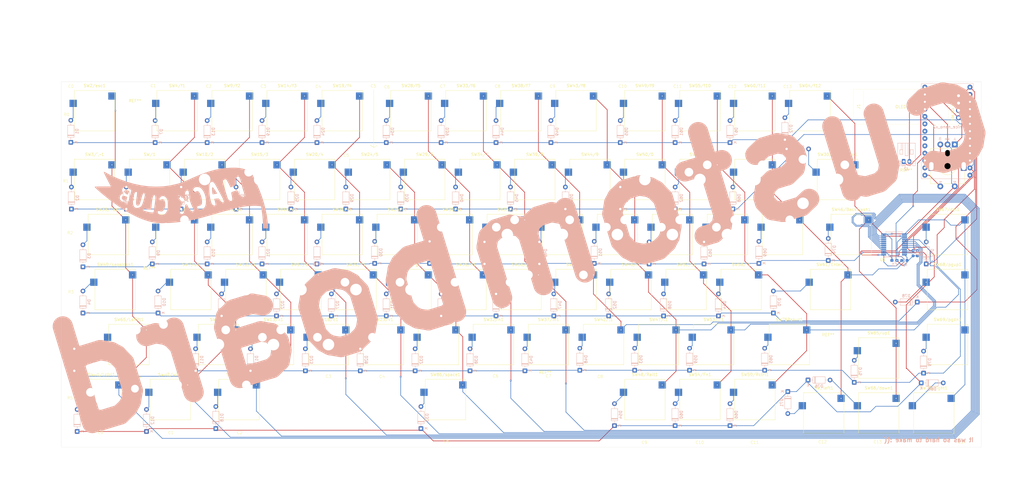
<source format=kicad_pcb>
(kicad_pcb (version 20241229) (generator "pcbnew") (generator_version "9.0")
  (layers (0 "F.Cu" signal) (2 "B.Cu" signal) (13 "F.Paste" user) (15 "B.Paste" user) (5 "F.SilkS" user "F.Silkscreen") (7 "B.SilkS" user "B.Silkscreen") (1 "F.Mask" user) (3 "B.Mask" user) (25 "Edge.Cuts" user))
  (net 0 "")
  (net 1 "GND")
  (net 2 "+3.3V")
  (net 3 "Row0")
  (net 4 "Net-(D1-A)")
  (net 5 "Net-(D2-A)")
  (net 6 "Row1")
  (net 7 "Net-(D3-A)")
  (net 8 "Row2")
  (net 9 "Row3")
  (net 10 "Net-(D4-A)")
  (net 11 "Net-(D5-A)")
  (net 12 "Row4")
  (net 13 "Net-(D6-A)")
  (net 14 "Row5")
  (net 15 "Net-(D7-A)")
  (net 16 "Net-(D8-A)")
  (net 17 "Net-(D9-A)")
  (net 18 "Net-(D10-A)")
  (net 19 "Net-(D11-A)")
  (net 20 "Net-(D12-A)")
  (net 21 "Net-(D13-A)")
  (net 22 "Net-(D14-A)")
  (net 23 "Net-(D15-A)")
  (net 24 "Net-(D16-A)")
  (net 25 "Net-(D17-A)")
  (net 26 "Net-(D18-A)")
  (net 27 "Net-(D19-A)")
  (net 28 "Net-(D20-A)")
  (net 29 "Net-(D21-A)")
  (net 30 "Net-(D22-A)")
  (net 31 "Net-(D23-A)")
  (net 32 "Net-(D24-A)")
  (net 33 "Net-(D25-A)")
  (net 34 "Net-(D26-A)")
  (net 35 "Net-(D27-A)")
  (net 36 "Net-(D28-A)")
  (net 37 "Net-(D29-A)")
  (net 38 "Net-(D30-A)")
  (net 39 "Net-(D31-A)")
  (net 40 "Net-(D32-A)")
  (net 41 "Net-(D33-A)")
  (net 42 "Net-(D34-A)")
  (net 43 "Net-(D35-A)")
  (net 44 "Net-(D36-A)")
  (net 45 "Net-(D37-A)")
  (net 46 "Net-(D38-A)")
  (net 47 "Net-(D39-A)")
  (net 48 "Net-(D40-A)")
  (net 49 "Net-(D41-A)")
  (net 50 "Net-(D42-A)")
  (net 51 "Net-(D43-A)")
  (net 52 "Net-(D44-A)")
  (net 53 "Net-(D45-A)")
  (net 54 "Net-(D46-A)")
  (net 55 "Net-(D47-A)")
  (net 56 "Net-(D48-A)")
  (net 57 "Net-(D49-A)")
  (net 58 "Net-(D50-A)")
  (net 59 "Net-(D51-A)")
  (net 60 "Net-(D52-A)")
  (net 61 "Net-(D53-A)")
  (net 62 "Net-(D54-A)")
  (net 63 "Net-(D55-A)")
  (net 64 "Net-(D56-A)")
  (net 65 "Net-(D57-A)")
  (net 66 "Net-(D58-A)")
  (net 67 "Net-(D59-A)")
  (net 68 "Net-(D60-A)")
  (net 69 "Net-(D61-A)")
  (net 70 "Net-(D62-A)")
  (net 71 "Net-(D63-A)")
  (net 72 "Net-(D64-A)")
  (net 73 "Net-(D65-A)")
  (net 74 "Net-(D66-A)")
  (net 75 "Net-(D67-A)")
  (net 76 "Net-(D68-A)")
  (net 77 "Net-(D69-A)")
  (net 78 "Net-(D70-A)")
  (net 79 "Net-(D71-A)")
  (net 80 "Net-(D72-A)")
  (net 81 "Net-(D73-A)")
  (net 82 "Net-(D74-A)")
  (net 83 "Net-(D75-A)")
  (net 84 "Net-(D76-A)")
  (net 85 "Net-(D77-A)")
  (net 86 "Net-(D78-A)")
  (net 87 "Net-(D79-A)")
  (net 88 "Net-(D80-A)")
  (net 89 "SCL")
  (net 90 "SDA")
  (net 91 "INT")
  (net 92 "Column1")
  (net 93 "Column12")
  (net 94 "A")
  (net 95 "S1")
  (net 96 "B")
  (net 97 "Column0")
  (net 98 "Column2")
  (net 99 "Column3")
  (net 100 "Column4")
  (net 101 "Column5")
  (net 102 "Column6")
  (net 103 "Column13")
  (net 104 "Column7")
  (net 105 "Column8")
  (net 106 "Column9")
  (net 107 "Column10")
  (net 108 "Column11")
  (net 109 "Column14")
  (net 119 "BATIN")
  (footprint "cherry_hot:CherryMX_1.00u_KailhSocket" (layer "F.Cu") (at 295.275 128.5875)
    (property "Reference" "SW24/5")
    (property "Value" "SW_Push_45deg")
  )
  (footprint "cherry_hot:CherryMX_1.00u_KailhSocket" (layer "F.Cu") (at 247.65 147.6375)
    (property "Reference" "SW11/w1")
    (property "Value" "SW_Push_45deg")
  )
  (footprint "cherry_hot:CherryMX_1.00u_KailhSocket" (layer "F.Cu") (at 347.6625 104.775)
    (property "Reference" "SW38/f7")
    (property "Value" "SW_Push_45deg")
  )
  (footprint "cherry_hot:CherryMX_1.00u_KailhSocket" (layer "F.Cu") (at 404.8125 166.6875)
    (property "Reference" "SW52/;1")
    (property "Value" "SW_Push_45deg")
  )
  (footprint "cherry_hot:CherryMX_1.00u_KailhSocket" (layer "F.Cu") (at 495.3 166.6875)
    (property "Reference" "SW68/pgup1")
    (property "Value" "SW_Push_45deg")
  )
  (footprint "cherry_hot:CherryMX_1.00u_KailhSocket" (layer "F.Cu") (at 419.1 147.6375)
    (property "Reference" "SW57/[1")
    (property "Value" "SW_Push_45deg")
  )
  (footprint "cherry_hot:CherryMX_1.00u_KailhSocket" (layer "F.Cu") (at 328.6125 166.6875)
    (property "Reference" "SW31/h1")
    (property "Value" "SW_Push_45deg")
  )
  (footprint "cherry_hot:CherryMX_1.00u_KailhSocket" (layer "F.Cu") (at 361.95 147.6375)
    (property "Reference" "SW40/i1")
    (property "Value" "SW_Push_45deg")
  )
  (footprint "cherry_hot:CherryMX_1.00u_KailhSocket" (layer "F.Cu") (at 200.025 104.775)
    (property "Reference" "SW2/esc1")
    (property "Value" "SW_Push_45deg")
  )
  (footprint "cherry_hot:CherryMX_1.00u_KailhSocket" (layer "F.Cu") (at 366.7125 104.775)
    (property "Reference" "SW43/f8")
    (property "Value" "SW_Push_45deg")
  )
  (footprint "cherry_hot:CherryMX_1.00u_KailhSocket" (layer "F.Cu") (at 428.625 104.775)
    (property "Reference" "SW60/f11")
    (property "Value" "SW_Push_45deg")
  )
  (footprint "cherry_hot:CherryMX_1.00u_KailhSocket" (layer "F.Cu") (at 228.6 147.6375)
    (property "Reference" "SW6/q1")
    (property "Value" "SW_Push_45deg")
  )
  (footprint "cherry_hot_stab:CherryMX_6.25u_KailhSocket_StabWireBottom" (layer "F.Cu") (at 321.46875 204.7875)
    (property "Reference" "SW86/space1")
    (property "Value" "SW_Push_45deg")
  )
  (footprint "cherry_hot:CherryMX_1.50u_KailhSocket" (layer "F.Cu") (at 204.7875 147.6375)
    (property "Reference" "SW33/Tab1")
    (property "Value" "SW_Push_45deg")
  )
  (footprint "cherry_hot:CherryMX_1.00u_KailhSocket" (layer "F.Cu") (at 252.4125 166.6875)
    (property "Reference" "SW12/s1")
    (property "Value" "SW_Push_45deg")
  )
  (footprint "cherry_hot:CherryMX_1.50u_KailhSocket" (layer "F.Cu") (at 461.9625 147.6375)
    (property "Reference" "SW46/Backslash1")
    (property "Value" "SW_Push_45deg")
  )
  (footprint "cherry_hot:CherryMX_1.00u_KailhSocket" (layer "F.Cu") (at 371.475 128.5875)
    (property "Reference" "SW44/9")
    (property "Value" "SW_Push_45deg")
  )
  (footprint "cherry_hot:CherryMX_1.00u_KailhSocket" (layer "F.Cu") (at 323.85 147.6375)
    (property "Reference" "SW30/y1")
    (property "Value" "SW_Push_45deg")
  )
  (footprint "cherry_hot:CherryMX_1.00u_KailhSocket" (layer "F.Cu") (at 257.175 128.5875)
    (property "Reference" "SW15/3")
    (property "Value" "SW_Push_45deg")
  )
  (footprint "MountingHole:MountingHole_2.7mm_M2.5" (layer "F.Cu") (at 356 199)
    (property "Reference" "REF**")
    (property "Value" "MountingHole_2.7mm_M2.5")
  )
  (footprint "Resistor_SMD:R_0603_1608Metric_Pad0.98x0.95mm_HandSolder" (layer "F.Cu") (at 491.91 96.47 180)
    (property "Reference" "R4")
    (property "Value" "4.7k")
  )
  (footprint "cherry_hot:CherryMX_1.00u_KailhSocket" (layer "F.Cu") (at 490.5375 209.43125)
    (property "Reference" "SW70/right1")
    (property "Value" "SW_Push_45deg")
  )
  (footprint "cherry_hot:CherryMX_1.00u_KailhSocket" (layer "F.Cu") (at 309.5625 166.6875)
    (property "Reference" "SW26/g1")
    (property "Value" "SW_Push_45deg")
  )
  (footprint "cherry_hot:CherryMX_1.75u_KailhSocket" (layer "F.Cu") (at 440.53125 185.7375)
    (property "Reference" "SW76Rshift1")
    (property "Value" "SW_Push_45deg")
  )
  (footprint "cherry_hot:CherryMX_1.00u_KailhSocket" (layer "F.Cu") (at 238.125 128.5875)
    (property "Reference" "SW10/2")
    (property "Value" "SW_Push_45deg")
  )
  (footprint "cherry_hot:CherryMX_1.00u_KailhSocket" (layer "F.Cu") (at 285.75 147.6375)
    (property "Reference" "SW21/r1")
    (property "Value" "SW_Push_45deg")
  )
  (footprint "cherry_hot:CherryMX_1.00u_KailhSocket" (layer "F.Cu") (at 280.9875 185.7375)
    (property "Reference" "SW18/c1")
    (property "Value" "SW_Push_45deg")
  )
  (footprint "cherry_hot:CherryMX_1.25u_KailhSocket" (layer "F.Cu") (at 250.03125 204.7875)
    (property "Reference" "SW83/Lalt1")
    (property "Value" "SW_Push_45deg")
  )
  (footprint "cherry_hot:CherryMX_1.00u_KailhSocket" (layer "F.Cu") (at 495.3 185.7375)
    (property "Reference" "SW69/pgdn1")
    (property "Value" "SW_Push_45deg")
  )
  (footprint "cherry_hot:CherryMX_1.00u_KailhSocket" (layer "F.Cu") (at 409.575 104.775)
    (property "Reference" "SW55/f10")
    (property "Value" "SW_Push_45deg")
  )
  (footprint "cherry_hot:CherryMX_1.00u_KailhSocket" (layer "F.Cu") (at 471.4875 190.38125)
    (property "Reference" "SW65/up1")
    (property "Value" "SW_Push_45deg")
  )
  (footprint "cherry_hot:CherryMX_1.00u_KailhSocket" (layer "F.Cu") (at 352.425 128.5875)
    (property "Reference" "SW39/8")
    (property "Value" "SW_Push_45deg")
  )
  (footprint "cherry_hot:CherryMX_1.00u_KailhSocket" (layer "F.Cu") (at 328.6125 104.775)
    (property "Reference" "SW33/f6")
    (property "Value" "SW_Push_45deg")
  )
  (footprint "cherry_hot:CherryMX_1.00u_KailhSocket" (layer "F.Cu") (at 342.9 147.6375)
    (property "Reference" "SW35/u1")
    (property "Value" "SW_Push_45deg")
  )
  (footprint "cherry_hot:CherryMX_1.00u_KailhSocket" (layer "F.Cu") (at 247.65 104.775)
    (property "Reference" "SW9/f2")
    (property "Value" "SW_Push_45deg")
  )
  (footprint "cherry_hot:CherryMX_1.00u_KailhSocket" (layer "F.Cu") (at 447.675 104.775)
    (property "Reference" "SW64/f12")
    (property "Value" "SW_Push_45deg")
  )
  (footprint "cherry_hot:CherryMX_1.00u_KailhSocket" (layer "F.Cu") (at 300.0375 185.7375)
    (property "Reference" "SW23/v1")
    (property "Value" "SW_Push_45deg")
  )
  (footprint "MountingHole:MountingHole_2.7mm_M2.5" (layer "F.Cu") (at 219 163)
    (property "Reference" "REF**")
    (property "Value" "MountingHole_2.7mm_M2.5")
  )
  (footprint "cherry_hot:CherryMX_1.00u_KailhSocket" (layer "F.Cu") (at 428.625 204.7875)
    (property "Reference" "SW59/Rctrl1")
    (property "Value" "SW_Push_45deg")
  )
  (footprint "cherry_hot:CherryMX_1.00u_KailhSocket" (layer "F.Cu") (at 314.325 128.5875)
    (property "Reference" "SW29/6")
    (property "Value" "SW_Push_45deg")
  )
  (footprint "cherry_hot:CherryMX_1.00u_KailhSocket" (layer "F.Cu") (at 366.7125 166.6875)
    (property "Reference" "SW41/k1")
    (property "Value" "SW_Push_45deg")
  )
  (footprint "cherry_hot:CherryMX_1.25u_KailhSocket" (layer "F.Cu") (at 226.21875 204.7875)
    (property "Reference" "SW82/win1")
    (property "Value" "SW_Push_45deg")
  )
  (footprint "cherry_hot:CherryMX_1.00u_KailhSocket" (layer "F.Cu") (at 261.9375 185.7375)
    (property "Reference" "SW13/x1")
    (property "Value" "SW_Push_45deg")
  )
  (footprint "cherry_hot:CherryMX_1.00u_KailhSocket" (layer "F.Cu") (at 438.15 147.6375)
    (property "Reference" "SW62/]1")
    (property "Value" "SW_Push_45deg")
  )
  (footprint "Resistor_SMD:R_0603_1608Metric_Pad0.98x0.95mm_HandSolder" (layer "F.Cu") (at 495.28 96.45)
    (property "Reference" "R5")
    (property "Value" "4.7k")
  )
  (footprint "cherry_hot:CherryMX_1.00u_KailhSocket" (layer "F.Cu") (at 381 147.6375)
    (property "Reference" "SW45/o1")
    (property "Value" "SW_Push_45deg")
  )
  (footprint "cherry_hot:CherryMX_1.00u_KailhSocket" (layer "F.Cu") (at 390.525 104.775)
    (property "Reference" "SW49/f9")
    (property "Value" "SW_Push_45deg")
  )
  (footprint "cherry_hot:CherryMX_1.00u_KailhSocket" (layer "F.Cu") (at 395.2875 185.7375)
    (property "Reference" "SW47/.1")
    (property "Value" "SW_Push_45deg")
  )
  (footprint "cherry_hot:CherryMX_1.00u_KailhSocket" (layer "F.Cu") (at 290.5125 166.6875)
    (property "Reference" "SW22/f1")
    (property "Value" "SW_Push_45deg")
  )
  (footprint "cherry_hot:CherryMX_1.00u_KailhSocket" (layer "F.Cu") (at 495.3 147.6375)
    (property "Reference" "SW67/del1")
    (property "Value" "SW_Push_45deg")
  )
  (footprint "cherry_hot:CherryMX_1.00u_KailhSocket" (layer "F.Cu") (at 347.6625 166.6875)
    (property "Reference" "SW36/j1")
    (property "Value" "SW_Push_45deg")
  )
  (footprint "cherry_hot:CherryMX_1.00u_KailhSocket" (layer "F.Cu") (at 428.625 128.5875)
    (property "Reference" "SW61/=1")
    (property "Value" "SW_Push_45deg")
  )
  (footprint "cherry_hot:CherryMX_1.00u_KailhSocket" (layer "F.Cu") (at 390.525 128.5875)
    (property "Reference" "SW50/0")
    (property "Value" "SW_Push_45deg")
  )
  (footprint "MountingHole:MountingHole_2.7mm_M2.5" (layer "F.Cu") (at 454 186)
    (property "Reference" "REF**")
    (property "Value" "MountingHole_2.7mm_M2.5")
  )
  (footprint "cherry_hot:CherryMX_1.00u_KailhSocket" (layer "F.Cu") (at 338.1375 185.7375)
    (property "Reference" "SW32/n1")
    (property "Value" "SW_Push_45deg")
  )
  (footprint "cherry_hot:CherryMX_1.00u_KailhSocket" (layer "F.Cu") (at 200.025 128.5875)
    (property "Reference" "SW3/`,~1")
    (property "Value" "SW_Push_45deg")
  )
  (footprint "cherry_hot:CherryMX_1.00u_KailhSocket" (layer "F.Cu") (at 309.5625 104.775)
    (property "Reference" "SW28/f5")
    (property "Value" "SW_Push_45deg")
  )
  (footprint "cherry_hot:CherryMX_1.00u_KailhSocket" (layer "F.Cu") (at 390.525 204.7875)
    (property "Reference" "SW48/Ralt1")
    (property "Value" "SW_Push_45deg")
  )
  (footprint "cherry_hot:CherryMX_1.00u_KailhSocket" (layer "F.Cu") (at 400.05 147.6375)
    (property "Reference" "SW51/p1")
    (property "Value" "SW_Push_45deg")
  )
  (footprint "cherry_hot:CherryMX_1.00u_KailhSocket" (layer "F.Cu") (at 266.7 104.775)
    (property "Reference" "SW14/f3")
    (property "Value" "SW_Push_45deg")
  )
  (footprint "cherry_hot:CherryMX_1.00u_KailhSocket" (layer "F.Cu") (at 376.2375 185.7375)
    (property "Reference" "SW42/,1")
    (property "Value" "SW_Push_45deg")
  )
  (footprint "cherry_hot:CherryMX_1.00u_KailhSocket" (layer "F.Cu") (at 452.4375 209.43125)
    (property "Reference" "SW/left1")
    (property "Value" "SW_Push_45deg")
  )
  (footprint "MountingHole:MountingHole_2.7mm_M2.5" (layer "F.Cu") (at 214 201)
    (property "Reference" "REF**")
    (property "Value" "MountingHole_2.7mm_M2.5")
  )
  (footprint "cherry_hot:CherryMX_1.00u_KailhSocket" (layer "F.Cu") (at 357.1875 185.7375)
    (property "Reference" "SW37/m1")
    (property "Value" "SW_Push_45deg")
  )
  (footprint "cherry_hot:CherryMX_1.00u_KailhSocket" (layer "F.Cu") (at 271.4625 166.6875)
    (property "Reference" "SW17/d1")
    (property "Value" "SW_Push_45deg")
  )
  (footprint "cherry_hot_stab:CherryMX_2.25u_KailhSocket_StabWireBottom" (layer "F.Cu") (at 211.93125 185.7375)
    (property "Reference" "SW65/Lshift1")
    (property "Value" "SW_Push_45deg")
  )
  (footprint "cherry_hot_stab:CherryMX_2.00u_KailhSocket_StabWireBottom" (layer "F.Cu") (at 457.2 128.5875)
    (property "Reference" "SW30/backspace1")
    (property "Value" "SW_Push_45deg")
  )
  (footprint "cherry_hot:CherryMX_1.00u_KailhSocket" (layer "F.Cu") (at 333.375 128.5875)
    (property "Reference" "SW34/7")
    (property "Value" "SW_Push_45deg")
  )
  (footprint "cherry_hot:CherryMX_1.00u_KailhSocket" (layer "F.Cu") (at 423.8625 166.6875)
    (property "Reference" "SW58/'1")
    (property "Value" "SW_Push_45deg")
  )
  (footprint "cherry_hot:CherryMX_1.00u_KailhSocket" (layer "F.Cu") (at 266.7 147.6375)
    (property "Reference" "SW16/e1")
    (property "Value" "SW_Push_45deg")
  )
  (footprint "cherry_hot:CherryMX_1.00u_KailhSocket" (layer "F.Cu") (at 385.7625 166.6875)
    (property "Reference" "SW46/l1")
    (property "Value" "SW_Push_45deg")
  )
  (footprint "cherry_hot:CherryMX_1.00u_KailhSocket" (layer "F.Cu") (at 242.8875 185.7375)
    (property "Reference" "SW8/z1")
    (property "Value" "SW_Push_45deg")
  )
  (footprint "cherry_hot:CherryMX_1.00u_KailhSocket" (layer "F.Cu") (at 409.575 204.7875)
    (property "Reference" "SW54/Fn1")
    (property "Value" "SW_Push_45deg")
  )
  (footprint "cherry_hot:CherryMX_1.00u_KailhSocket" (layer "F.Cu") (at 409.575 128.5875)
    (property "Reference" "SW56/-1")
    (property "Value" "SW_Push_45deg")
  )
  (footprint "cherry_hot:CherryMX_1.75u_KailhSocket" (layer "F.Cu") (at 207.16875 166.6875)
    (property "Reference" "SW49/capslock1")
    (property "Value" "SW_Push_45deg")
  )
  (footprint "cherry_hot:CherryMX_1.00u_KailhSocket" (layer "F.Cu") (at 319.0875 185.7375)
    (property "Reference" "SW27/b1")
    (property "Value" "SW_Push_45deg")
  )
  (footprint "cherry_hot_stab:CherryMX_2.25u_KailhSocket_StabWireBottom" (layer "F.Cu") (at 454.81875 166.6875)
    (property "Reference" "SW61/Enter1")
    (property "Value" "SW_Push_45deg")
  )
  (footprint "cherry_hot:CherryMX_1.00u_KailhSocket" (layer "F.Cu") (at 228.6 104.775)
    (property "Reference" "SW4/f1")
    (property "Value" "SW_Push_45deg")
  )
  (footprint "Rotary_Encoder:RotaryEncoder_Alps_EC11E-Switch_Vertical_H20mm_MountingHoles" (layer "F.Cu") (at 497.8 116.45 -90)
    (property "Reference" "SW1")
    (property "Value" "RotaryEncoder_Switch")
  )
  (footprint "MountingHole:MountingHole_2.7mm_M2.5" (layer "F.Cu") (at 214 105)
    (property "Reference" "REF**")
    (property "Value" "MountingHole_2.7mm_M2.5")
  )
  (footprint "cherry_hot:CherryMX_1.00u_KailhSocket" (layer "F.Cu") (at 219.075 128.5875)
    (property "Reference" "SW/1")
    (property "Value" "SW_Push_45deg")
  )
  (footprint "cherry_hot:CherryMX_1.00u_KailhSocket" (layer "F.Cu") (at 304.8 147.6375)
    (property "Reference" "SW25/t1")
    (property "Value" "SW_Push_45deg")
  )
  (footprint "cherry_hot:CherryMX_1.00u_KailhSocket" (layer "F.Cu") (at 471.4875 209.43125)
    (property "Reference" "SW66/down1")
    (property "Value" "SW_Push_45deg")
  )
  (footprint "MountingHole:MountingHole_2.7mm_M2.5" (layer "F.Cu") (at 481 129)
    (property "Reference" "REF**")
    (property "Value" "MountingHole_2.7mm_M2.5")
  )
  (footprint "KiCad-SSD1306-0.91-OLED-4pin-128x32.pretty-master:SSD1306-0.91-OLED-4pin-128x32" (layer "F.Cu") (at 462.6 97.4)
    (property "Reference" "J1")
    (property "Value" "~")
  )
  (footprint "cherry_hot:CherryMX_1.00u_KailhSocket" (layer "F.Cu") (at 276.225 128.5875)
    (property "Reference" "SW20/4")
    (property "Value" "SW_Push_45deg")
  )
  (footprint "cherry_hot:CherryMX_1.25u_KailhSocket" (layer "F.Cu") (at 202.40625 204.7875)
    (property "Reference" "SW81/Lctrl1")
    (property "Value" "SW_Push_45deg")
  )
  (footprint "cherry_hot:CherryMX_1.00u_KailhSocket" (layer "F.Cu") (at 285.75 104.775)
    (property "Reference" "SW19/f4")
    (property "Value" "SW_Push_45deg")
  )
  (footprint "cherry_hot:CherryMX_1.00u_KailhSocket" (layer "F.Cu") (at 414.3375 185.7375)
    (property "Reference" "SW53//1")
    (property "Value" "SW_Push_45deg")
  )
  (footprint "cherry_hot:CherryMX_1.00u_KailhSocket" (layer "F.Cu") (at 233.3625 166.6875)
    (property "Reference" "SW7/a1")
    (property "Value" "SW_Push_45deg")
  )
  (footprint "Diode_THT:D_DO-35_SOD27_P7.62mm_Horizontal" (layer "B.Cu") (at 363 138.81 90)
    (property "Reference" "D50")
    (property "Value" "1N4148")
  )
  (footprint "Diode_THT:D_DO-35_SOD27_P7.62mm_Horizontal" (layer "B.Cu") (at 380 213.81 90)
    (property "Reference" "D54")
    (property "Value" "1N4148")
  )
  (footprint "Diode_THT:D_DO-35_SOD27_P7.62mm_Horizontal" (layer "B.Cu") (at 239 115.81 90)
    (property "Reference" "D13")
    (property "Value" "1N4148")
  )
  (footprint "Diode_THT:D_DO-35_SOD27_P7.62mm_Horizontal" (layer "B.Cu") (at 447 198)
    (property "Reference" "D76")
    (property "Value" "1N4148")
  )
  (footprint "Diode_THT:D_DO-35_SOD27_P7.62mm_Horizontal" (layer "B.Cu") (at 196 174.81 90)
    (property "Reference" "D4")
    (property "Value" "1N4148")
  )
  (footprint "Diode_THT:D_DO-35_SOD27_P7.62mm_Horizontal" (layer "B.Cu") (at 325 138.81 90)
    (property "Reference" "D40")
    (property "Value" "1N4148")
  )
  (footprint "Library:nice nano v2 final" (layer "B.Cu") (at 499.25 110.36 180)
    (property "Reference" "U2" (hide yes))
    (property "Value" "nice_nano_v2")
  )
  (footprint "Diode_THT:D_DO-35_SOD27_P7.62mm_Horizontal" (layer "B.Cu") (at 440 202 -90)
    (property "Reference" "D71")
    (property "Value" "1N4148")
  )
  (footprint "Diode_THT:D_DO-35_SOD27_P7.62mm_Horizontal" (layer "B.Cu") (at 239 157.81 90)
    (property "Reference" "D15")
    (property "Value" "1N4148")
  )
  (footprint "Diode_THT:D_DO-35_SOD27_P7.62mm_Horizontal" (layer "B.Cu") (at 316 157.62 90)
    (property "Reference" "D36")
    (property "Value" "1N4148")
  )
  (footprint "LOGO" (layer "B.Cu") (at 230 135 180)
    (property "Reference" "G***")
    (property "Value" "LOGO" (hide yes))
  )
  (footprint "Diode_THT:D_DO-35_SOD27_P7.62mm_Horizontal" (layer "B.Cu") (at 439.59 118)
    (property "Reference" "D73")
    (property "Value" "1N4148")
  )
  (footprint "Diode_THT:D_DO-35_SOD27_P7.62mm_Horizontal" (layer "B.Cu") (at 320 115.81 90)
    (property "Reference" "D39")
    (property "Value" "1N4148")
  )
  (footprint "Diode_THT:D_DO-35_SOD27_P7.62mm_Horizontal" (layer "B.Cu") (at 406 194.62 90)
    (property "Reference" "D59")
    (property "Value" "1N4148")
  )
  (footprint "Diode_THT:D_DO-35_SOD27_P7.62mm_Horizontal" (layer "B.Cu") (at 254 194.81 90)
    (property "Reference" "D17")
    (property "Value" "1N4148")
  )
  (footprint "Diode_THT:D_DO-35_SOD27_P7.62mm_Horizontal" (layer "B.Cu") (at 401 115.81 90)
    (property "Reference" "D61")
    (property "Value" "1N4148")
  )
  (footprint "Diode_THT:D_DO-35_SOD27_P7.62mm_Horizontal" (layer "B.Cu") (at 439 114.81 90)
    (property "Reference" "D72")
    (property "Value" "1N4148")
  )
  (footprint "Diode_THT:D_DO-35_SOD27_P7.62mm_Horizontal" (layer "B.Cu") (at 349 194.81 90)
    (property "Reference" "D43")
    (property "Value" "1N4148")
  )
  (footprint "Diode_THT:D_DO-35_SOD27_P7.62mm_Horizontal" (layer "B.Cu") (at 191.8 115.71 90)
    (property "Reference" "D1")
    (property "Value" "1N4148")
  )
  (footprint "Diode_THT:D_DO-35_SOD27_P7.62mm_Horizontal" (layer "B.Cu") (at 487.91875 157.81 90)
    (property "Reference" "D77")
    (property "Value" "1N4148")
  )
  (footprint "Diode_THT:D_DO-35_SOD27_P7.62mm_Horizontal" (layer "B.Cu") (at 268 138.81 90)
    (property "Reference" "D25")
    (property "Value" "1N4148")
  )
  (footprint "Diode_THT:D_DO-35_SOD27_P7.62mm_Horizontal" (layer "B.Cu") (at 430 157.62 90)
    (property "Reference" "D69")
    (property "Value" "1N4148")
  )
  (footprint "Diode_THT:D_DO-35_SOD27_P7.62mm_Horizontal" (layer "B.Cu") (at 484.81 171 180)
    (property "Reference" "D78")
    (property "Value" "1N4148")
  )
  (footprint "Diode_THT:D_DO-35_SOD27_P7.62mm_Horizontal" (layer "B.Cu") (at 196 158.81 90)
    (property "Reference" "D3")
    (property "Value" "1N4148")
  )
  (footprint "Diode_THT:D_DO-35_SOD27_P7.62mm_Horizontal" (layer "B.Cu") (at 335 157.81 90)
    (property "Reference" "D41")
    (property "Value" "1N4148")
  )
  (footprint "Diode_THT:D_DO-35_SOD27_P7.62mm_Horizontal" (layer "B.Cu") (at 368 194.62 90)
    (property "Reference" "D48")
    (property "Value" "1N4148")
  )
  (footprint "Diode_THT:D_DO-35_SOD27_P7.62mm_Horizontal" (layer "B.Cu") (at 416 175.81 90)
    (property "Reference" "D64")
    (property "Value" "1N4148")
  )
  (footprint "Capacitor_SMD:C_0603_1608Metric_Pad1.08x0.95mm_HandSolder" (layer "B.Cu") (at 476.9 156.6)
    (property "Reference" "C1")
    (property "Value" "C_Small")
  )
  (footprint "Diode_THT:D_DO-35_SOD27_P7.62mm_Horizontal" (layer "B.Cu") (at 420 213.81 90)
    (property "Reference" "D66")
    (property "Value" "1N4148")
  )
  (footprint "Diode_THT:D_DO-35_SOD27_P7.62mm_Horizontal" (layer "B.Cu") (at 401 138.81 90)
    (property "Reference" "D62")
    (property "Value" "1N4148")
  )
  (footprint "Diode_THT:D_DO-35_SOD27_P7.62mm_Horizontal" (layer "B.Cu") (at 287 138.81 90)
    (property "Reference" "D29")
    (property "Value" "1N4148")
  )
  (footprint "Diode_THT:D_DO-35_SOD27_P7.62mm_Horizontal" (layer "B.Cu") (at 235 194.81 90)
    (property "Reference" "D11")
    (property "Value" "1N4148")
  )
  (footprint "Diode_THT:D_DO-35_SOD27_P7.62mm_Horizontal" (layer "B.Cu") (at 359 175.81 90)
    (property "Reference" "D47")
    (property "Value" "1N4148")
  )
  (footprint "Diode_THT:D_DO-35_SOD27_P7.62mm_Horizontal" (layer "B.Cu") (at 320 175.81 90)
    (property "Reference" "D37")
    (property "Value" "1N4148")
  )
  (footprint "Diode_THT:D_DO-35_SOD27_P7.62mm_Horizontal" (layer "B.Cu") (at 194 215.81 90)
    (property "Reference" "D6")
    (property "Value" "1N4148")
  )
  (footprint "Resistor_SMD:R_0603_1608Metric_Pad0.98x0.95mm_HandSolder" (layer "B.Cu") (at 483.37 154.095 90)
    (property "Reference" "R1")
    (property "Value" "4.7k")
  )
  (footprint "Diode_THT:D_DO-35_SOD27_P7.62mm_Horizontal" (layer "B.Cu") (at 282 175.81 90)
    (property "Reference" "D27")
    (property "Value" "1N4148")
  )
  (footprint "Connector_JST:JST_PH_S2B-PH-K_1x02_P2.00mm_Horizontal" (layer "B.Cu") (at 480.1 122.35)
    (property "Reference" "J2")
    (property "Value" "Conn_01x02")
  )
  (footprint "Diode_THT:D_DO-35_SOD27_P7.62mm_Horizontal" (layer "B.Cu") (at 277 157.81 90)
    (property "Reference" "D26")
    (property "Value" "1N4148")
  )
  (footprint "Diode_THT:D_DO-35_SOD27_P7.62mm_Horizontal" (layer "B.Cu") (at 311 194.81 90)
    (property "Reference" "D32")
    (property "Value" "1N4148")
  )
  (footprint "Diode_THT:D_DO-35_SOD27_P7.62mm_Horizontal" (layer "B.Cu") (at 301 115.81 90)
    (property "Reference" "D34")
    (property "Value" "1N4148")
  )
  (footprint "Diode_THT:D_DO-35_SOD27_P7.62mm_Horizontal" (layer "B.Cu") (at 487 195.62 90)
    (property "Reference" "D79")
    (property "Value" "1N4148")
  )
  (footprint "Diode_THT:D_DO-35_SOD27_P7.62mm_Horizontal" (layer "B.Cu") (at 339 175.81 90)
    (property "Reference" "D42")
    (property "Value" "1N4148")
  )
  (footprint "Diode_THT:D_DO-35_SOD27_P7.62mm_Horizontal" (layer "B.Cu") (at 211 138.81 90)
    (property "Reference" "D8")
    (property "Value" "1N4148")
  )
  (footprint "Diode_THT:D_DO-35_SOD27_P7.62mm_Horizontal" (layer "B.Cu") (at 292 194.81 90)
    (property "Reference" "D28")
    (property "Value" "1N4148")
  )
  (footprint "Diode_THT:D_DO-35_SOD27_P7.62mm_Horizontal" (layer "B.Cu") (at 273 194.81 90)
    (property "Reference" "D23")
    (property "Value" "1N4148")
  )
  (footprint "Diode_THT:D_DO-35_SOD27_P7.62mm_Horizontal" (layer "B.Cu") (at 258 157.81 90)
    (property "Reference" "D21")
    (property "Value" "1N4148")
  )
  (footprint "Diode_THT:D_DO-35_SOD27_P7.62mm_Horizontal" (layer "B.Cu") (at 306 138.81 90)
    (property "Reference" "D35")
    (property "Value" "1N4148")
  )
  (footprint "Diode_THT:D_DO-35_SOD27_P7.62mm_Horizontal" (layer "B.Cu") (at 222 174.81 90)
    (property "Reference" "D10")
    (property "Value" "1N4148")
  )
  (footprint "Diode_THT:D_DO-35_SOD27_P7.62mm_Horizontal" (layer "B.Cu") (at 382 115.81 90)
    (property "Reference" "D55")
    (property "Value" "1N4148")
  )
  (footprint "Diode_THT:D_DO-35_SOD27_P7.62mm_Horizontal" (layer "B.Cu") (at 301 175.81 90)
    (property "Reference" "D31")
    (property "Value" "1N4148")
  )
  (footprint "Diode_THT:D_DO-35_SOD27_P7.62mm_Horizontal" (layer "B.Cu") (at 249 138.81 90)
    (property "Reference" "D20")
    (property "Value" "1N4148")
  )
  (footprint "Diode_THT:D_DO-35_SOD27_P7.62mm_Horizontal" (layer "B.Cu") (at 454 156.62 90)
    (property "Reference" "D74")
    (property "Value" "1N4148")
  )
  (footprint "Diode_THT:D_DO-35_SOD27_P7.62mm_Horizontal" (layer "B.Cu") (at 486.19 199)
    (property "Reference" "D80")
    (property "Value" "1N4148")
  )
  (footprint "Diode_THT:D_DO-35_SOD27_P7.62mm_Horizontal" (layer "B.Cu") (at 373 157.62 90)
    (property "Reference" "D51")
    (property "Value" "1N4148")
  )
  (footprint "Diode_THT:D_DO-35_SOD27_P7.62mm_Horizontal" (layer "B.Cu") (at 463 198.81 90)
    (property "Reference" "D75")
    (property "Value" "1N4148")
  )
  (footprint "Diode_THT:D_DO-35_SOD27_P7.62mm_Horizontal" (layer "B.Cu") (at 421 138.81 90)
    (property "Reference" "D68")
    (property "Value" "1N4148")
  )
  (footprint "Resistor_SMD:R_0603_1608Metric_Pad0.98x0.95mm_HandSolder" (layer "B.Cu") (at 484.87 154.095 90)
    (property "Reference" "R2")
    (property "Value" "4.7k")
  )
  (footprint "Diode_THT:D_DO-35_SOD27_P7.62mm_Horizontal" (layer "B.Cu") (at 411 157.81 90)
    (property "Reference" "D63")
    (property "Value" "1N4148")
  )
  (footprint "Diode_THT:D_DO-35_SOD27_P7.62mm_Horizontal" (layer "B.Cu") (at 435 174.81 90)
    (property "Reference" "D70")
    (property "Value" "1N4148")
  )
  (footprint "Diode_THT:D_DO-35_SOD27_P7.62mm_Horizontal" (layer "B.Cu") (at 242 214.81 90)
    (property "Reference" "D18")
    (property "Value" "1N4148")
  )
  (footprint "Diode_THT:D_DO-35_SOD27_P7.62mm_Horizontal" (layer "B.Cu") (at 220 157.81 90)
    (property "Reference" "D9")
    (property "Value" "1N4148")
  )
  (footprint "Diode_THT:D_DO-35_SOD27_P7.62mm_Horizontal" (layer "B.Cu") (at 218 215.81 90)
    (property "Reference" "D12")
    (property "Value" "1N4148")
  )
  (footprint "Diode_THT:D_DO-35_SOD27_P7.62mm_Horizontal" (layer "B.Cu") (at 387 194.62 90)
    (property "Reference" "D53")
    (property "Value" "1N4148")
  )
  (footprint "Package_SO:SSOP-24_5.3x8.2mm_P0.65mm" (layer "B.Cu") (at 476.8 151.075)
    (property "Reference" "U1")
    (property "Value" "TCA9555DBR")
  )
  (footprint "Diode_THT:D_DO-35_SOD27_P7.62mm_Horizontal" (layer "B.Cu") (at 382 138.81 90)
    (property "Reference" "D56")
    (property "Value" "1N4148")
  )
  (footprint "Diode_THT:D_DO-35_SOD27_P7.62mm_Horizontal" (layer "B.Cu") (at 420 115.81 90)
    (property "Reference" "D67")
    (property "Value" "1N4148")
  )
  (footprint "Diode_THT:D_DO-35_SOD27_P7.62mm_Horizontal" (layer "B.Cu") (at 344 138.81 90)
    (property "Reference" "D45")
    (property "Value" "1N4148")
  )
  (footprint "Diode_THT:D_DO-35_SOD27_P7.62mm_Horizontal" (layer "B.Cu") (at 244 175.81 90)
    (property "Reference" "D16")
    (property "Value" "1N4148")
  )
  (footprint "Diode_THT:D_DO-35_SOD27_P7.62mm_Horizontal" (layer "B.Cu") (at 358 115.81 90)
    (property "Reference" "D49")
    (property "Value" "1N4148")
  )
  (footprint "Diode_THT:D_DO-35_SOD27_P7.62mm_Horizontal" (layer "B.Cu") (at 339 115.81 90)
    (property "Reference" "D44")
    (property "Value" "1N4148")
  )
  (footprint "Diode_THT:D_DO-35_SOD27_P7.62mm_Horizontal" (layer "B.Cu") (at 263 175.81 90)
    (property "Reference" "D22")
    (property "Value" "1N4148")
  )
  (footprint "Diode_THT:D_DO-35_SOD27_P7.62mm_Horizontal" (layer "B.Cu") (at 221 115.81 90)
    (property "Reference" "D7")
    (property "Value" "1N4148")
  )
  (footprint "Diode_THT:D_DO-35_SOD27_P7.62mm_Horizontal" (layer "B.Cu") (at 258 115.81 90)
    (property "Reference" "D19")
    (property "Value" "1N4148")
  )
  (footprint "Diode_THT:D_DO-35_SOD27_P7.62mm_Horizontal" (layer "B.Cu") (at 354 157.81 90)
    (property "Reference" "D46")
    (property "Value" "1N4148")
  )
  (footprint "Diode_THT:D_DO-35_SOD27_P7.62mm_Horizontal" (layer "B.Cu") (at 397 175.81 90)
    (property "Reference" "D58")
    (property "Value" "1N4148")
  )
  (footprint "Diode_THT:D_DO-35_SOD27_P7.62mm_Horizontal" (layer "B.Cu") (at 193 194.81 90)
    (property "Reference" "D5")
    (property "Value" "1N4148")
  )
  (footprint "Resistor_SMD:R_0603_1608Metric_Pad0.98x0.95mm_HandSolder" (layer "B.Cu") (at 480.358012 156.6075)
    (property "Reference" "R3")
    (property "Value" "4.7k")
  )
  (footprint "Diode_THT:D_DO-35_SOD27_P7.62mm_Horizontal" (layer "B.Cu") (at 378 175.81 90)
    (property "Reference" "D52")
    (property "Value" "1N4148")
  )
  (footprint "Diode_THT:D_DO-35_SOD27_P7.62mm_Horizontal" (layer "B.Cu") (at 230 138.81 90)
    (property "Reference" "D14")
    (property "Value" "1N4148")
  )
  (footprint "Diode_THT:D_DO-35_SOD27_P7.62mm_Horizontal" (layer "B.Cu") (at 297 157.62 90)
    (property "Reference" "D30")
    (property "Value" "1N4148")
  )
  (footprint "Diode_THT:D_DO-35_SOD27_P7.62mm_Horizontal" (layer "B.Cu") (at 277 115.81 90)
    (property "Reference" "D24")
    (property "Value" "1N4148")
  )
  (footprint "Capacitor_SMD:C_0603_1608Metric_Pad1.08x0.95mm_HandSolder" (layer "B.Cu") (at 484.44 103.95 -90)
    (property "Reference" "C2")
    (property "Value" "C_Small")
  )
  (footprint "Diode_THT:D_DO-35_SOD27_P7.62mm_Horizontal" (layer "B.Cu") (at 432 194.62 90)
    (property "Reference" "D65")
    (property "Value" "1N4148")
  )
  (footprint "Diode_THT:D_DO-35_SOD27_P7.62mm_Horizontal" (layer "B.Cu") (at 401 213.81 90)
    (property "Reference" "D60")
    (property "Value" "1N4148")
  )
  (footprint "Diode_THT:D_DO-35_SOD27_P7.62mm_Horizontal" (layer "B.Cu") (at 392 157.81 90)
    (property "Reference" "D57")
    (property "Value" "1N4148")
  )
  (footprint "Diode_THT:D_DO-35_SOD27_P7.62mm_Horizontal" (layer "B.Cu") (at 192 138.81 90)
    (property "Reference" "D2")
    (property "Value" "1N4148")
  )
  (footprint "Diode_THT:D_DO-35_SOD27_P7.62mm_Horizontal" (layer "B.Cu") (at 313 214.81 90)
    (property "Reference" "D33")
    (property "Value" "1N4148")
  )
  (footprint "Diode_THT:D_DO-35_SOD27_P7.62mm_Horizontal" (layer "B.Cu") (at 330 194.81 90)
    (property "Reference" "D38")
    (property "Value" "1N4148")
  )
  (gr_line (start 296.6 97.5) (end 296.7 117.5) (stroke (width 0.1)) (layer "F.SilkS"))
  (gr_line (start 296.7 117.5) (end 295.5 116.7) (stroke (width 0.1)) (layer "F.SilkS"))
  (gr_line (start 295.5 116.7) (end 296.7 117.5) (stroke (width 0.1)) (layer "F.SilkS"))
  (gr_line (start 296.7 117.5) (end 297.8 116.8) (stroke (width 0.1)) (layer "F.SilkS"))
  (gr_rect (start 188.5 94.7) (end 507 221.2) (stroke (width 0.05)) (fill no) (layer "Edge.Cuts"))
  (gr_text "C4" (at 298.5 197.4 0) (layer "F.SilkS") (effects (font (size 1 1) (thickness 0.1)) (justify left bottom)))
  (gr_text "C5" (at 320.7 219.8 0) (layer "F.SilkS") (effects (font (size 1 1) (thickness 0.1)) (justify left bottom)))
  (gr_text "C6" (at 300.2 97.1 0) (layer "F.SilkS") (effects (font (size 1 1) (thickness 0.1)) (justify left bottom)))
  (gr_text "C8" (at 374 197.4 0) (layer "F.SilkS") (effects (font (size 1 1) (thickness 0.1)) (justify left bottom)))
  (gr_text "C12" (at 419.3 97 0) (layer "F.SilkS") (effects (font (size 1 1) (thickness 0.1)) (justify left bottom)))
  (gr_text "C13" (at 469.6 220 0) (layer "F.SilkS") (effects (font (size 1 1) (thickness 0.1)) (justify left bottom)))
  (gr_text "C10" (at 381.3 96.9 0) (layer "F.SilkS") (effects (font (size 1 1) (thickness 0.1)) (justify left bottom)))
  (gr_text "C1" (at 225.4 216.8 0) (layer "F.SilkS") (effects (font (size 1 1) (thickness 0.1)) (justify left bottom)))
  (gr_text "R5" (at 190.5 204.7875 0) (layer "F.SilkS") (effects (font (size 1 1) (thickness 0.1)) (justify left bottom)))
  (gr_text "C1" (at 219.3 96.7 0) (layer "F.SilkS") (effects (font (size 1 1) (thickness 0.1)) (justify left bottom)))
  (gr_text "C14" (at 498.8 220.1 0) (layer "F.SilkS") (effects (font (size 1 1) (thickness 0.1)) (justify left bottom)))
  (gr_text "C7" (at 356.1 197.2 0) (layer "F.SilkS") (effects (font (size 1 1) (thickness 0.1)) (justify left bottom)))
  (gr_text "C10\n" (at 408 220.2 0) (layer "F.SilkS") (effects (font (size 1 1) (thickness 0.1)) (justify left bottom)))
  (gr_text "C12" (at 450.5 220 0) (layer "F.SilkS") (effects (font (size 1 1) (thickness 0.1)) (justify left bottom)))
  (gr_text "C11" (at 400.3 96.9 0) (layer "F.SilkS") (effects (font (size 1 1) (thickness 0.1)) (justify left bottom)))
  (gr_text "C0\n" (at 190.8 96.9 0) (layer "F.SilkS") (effects (font (size 1 1) (thickness 0.1)) (justify left bottom)))
  (gr_text "R4" (at 191 186.5 0) (layer "F.SilkS") (effects (font (size 1 1) (thickness 0.1)) (justify left bottom)))
  (gr_text "R2\n" (at 190.5 147.6375 0) (layer "F.SilkS") (effects (font (size 1 1) (thickness 0.1)) (justify left bottom)))
  (gr_text "C5" (at 286.1 120.8 0) (layer "F.SilkS") (effects (font (size 1 1) (thickness 0.1)) (justify left bottom)))
  (gr_text "C9" (at 389.3 220.2 0) (layer "F.SilkS") (effects (font (size 1 1) (thickness 0.1)) (justify left bottom)))
  (gr_text "R3\n\n\n" (at 190.8 171.3 0) (layer "F.SilkS") (effects (font (size 1 1) (thickness 0.1)) (justify left bottom)))
  (gr_text "R1" (at 189 129.7 0) (layer "F.SilkS") (effects (font (size 1 1) (thickness 0.1)) (justify left bottom)))
  (gr_text "C0" (at 201 216.7 0) (layer "F.SilkS") (effects (font (size 1 1) (thickness 0.1)) (justify left bottom)))
  (gr_text "C5" (at 295.5 96.8 0) (layer "F.SilkS") (effects (font (size 1 1) (thickness 0.1)) (justify left bottom)))
  (gr_text "C7" (at 319.5 96.9 0) (layer "F.SilkS") (effects (font (size 1 1) (thickness 0.1)) (justify left bottom)))
  (gr_text "C8" (at 338.5 96.9 0) (layer "F.SilkS") (effects (font (size 1 1) (thickness 0.1)) (justify left bottom)))
  (gr_text "C9" (at 357.5 96.9 0) (layer "F.SilkS") (effects (font (size 1 1) (thickness 0.1)) (justify left bottom)))
  (gr_text "C3" (at 279.9 197.3 0) (layer "F.SilkS") (effects (font (size 1 1) (thickness 0.1)) (justify left bottom)))
  (gr_text "C2" (at 238.5 96.9 0) (layer "F.SilkS") (effects (font (size 1 1) (thickness 0.1)) (justify left bottom)))
  (gr_text "C4" (at 276.4 97 0) (layer "F.SilkS") (effects (font (size 1 1) (thickness 0.1)) (justify left bottom)))
  (gr_text "R0" (at 189.3 106.7 0) (layer "F.SilkS") (effects (font (size 1 1) (thickness 0.1)) (justify left bottom)))
  (gr_text "C3" (at 257.4 96.9 0) (layer "F.SilkS") (effects (font (size 1 1) (thickness 0.1)) (justify left bottom)))
  (gr_text "C2" (at 249.2 216.8 0) (layer "F.SilkS") (effects (font (size 1 1) (thickness 0.1)) (justify left bottom)))
  (gr_text "C6" (at 337.8 197.2 0) (layer "F.SilkS") (effects (font (size 1 1) (thickness 0.1)) (justify left bottom)))
  (gr_text "C13" (at 438.4 97 0) (layer "F.SilkS") (effects (font (size 1 1) (thickness 0.1)) (justify left bottom)))
  (gr_text "C11" (at 427 220.2 0) (layer "F.SilkS") (effects (font (size 1 1) (thickness 0.1)) (justify left bottom)))
  (gr_text "A" (at 498.3 115.3 0) (layer "B.SilkS") (effects (font (size 1 1) (thickness 0.1)) (justify left bottom mirror)))
  (gr_text "It was so hard to make :((" (at 504.5 219.6 0) (layer "B.SilkS") (effects (font (size 1.5 1.5) (thickness 0.3) (bold yes)) (justify left bottom mirror)))
  (gr_text "GND" (at 496 114.9 0) (layer "B.SilkS") (effects (font (size 0.5 0.5) (thickness 0.1)) (justify left bottom mirror)))
  (gr_text "S2" (at 498.3 129.7 0) (layer "B.SilkS") (effects (font (size 0.5 0.5) (thickness 0.1)) (justify left bottom mirror)))
  (gr_text "B" (at 493.3 115.1 0) (layer "B.SilkS") (effects (font (size 1 1) (thickness 0.1)) (justify left bottom mirror)))
  (gr_text "S1" (at 493.3 129.7 0) (layer "B.SilkS") (effects (font (size 0.5 0.5) (thickness 0.1)) (justify left bottom mirror)))
  (gr_text "customboard" (at 519 120 17) (layer "B.SilkS") (effects (font (size 35 35) (thickness 7)) (justify left bottom mirror)))
  (gr_text "BAT\n" (at 482.7 124 0) (layer "B.SilkS") (effects (font (size 0.5 0.5) (thickness 0.1)) (justify left bottom mirror)))
  (gr_text "GND\n" (at 480.9 124 0) (layer "B.SilkS") (effects (font (size 0.5 0.5) (thickness 0.1)) (justify left bottom mirror)))
  (segment (start 482.473206 123.526) (end 486 119.999206) (width 0.2) (layer "F.Cu") (net 1))
  (segment (start 486 103.15) (end 487.45 101.7) (width 0.2) (layer "F.Cu") (net 1))
  (segment (start 499.1 99.59) (end 500.08 99.59) (width 0.2) (layer "F.Cu") (net 1))
  (segment (start 497.8 130.95) (end 481.35 147.4) (width 0.2) (layer "F.Cu") (net 1))
  (segment (start 481.35 147.4) (end 476 147.4) (width 0.2) (layer "F.Cu") (net 1))
  (segment (start 495.3 109.55) (end 487.45 101.7) (width 0.2) (layer "F.Cu") (net 1))
  (segment (start 486 119.999206) (end 486 103.15) (width 0.2) (layer "F.Cu") (net 1))
  (segment (start 478.2 155) (end 475.275 155) (width 0.2) (layer "F.Cu") (net 1))
  (segment (start 495.3 116.45) (end 495.3 109.55) (width 0.2) (layer "F.Cu") (net 1))
  (segment (start 480.1 122.35) (end 481.276 123.526) (width 0.2) (layer "F.Cu") (net 1))
  (segment (start 478.484 154.42875) (end 478.484 154.716) (width 0.2) (layer "F.Cu") (net 1))
  (segment (start 504.7 98.27) (end 504.7 102.59) (width 0.2) (layer "F.Cu") (net 1))
  (segment (start 504.7 102.59) (end 503.05 104.24) (width 0.2) (layer "F.Cu") (net 1))
  (segment (start 478.484 154.716) (end 478.2 155) (width 0.2) (layer "F.Cu") (net 1))
  (segment (start 503.05 96.62) (end 504.7 98.27) (width 0.2) (layer "F.Cu") (net 1))
  (segment (start 475.275 155) (end 475.2375 154.9625) (width 0.2) (layer "F.Cu") (net 1))
  (segment (start 494.65 116.45) (end 494.4 116.2) (width 0.2) (layer "F.Cu") (net 1))
  (segment (start 495.3 116.45) (end 494.65 116.45) (width 0.2) (layer "F.Cu") (net 1))
  (segment (start 500.08 99.59) (end 503.05 96.62) (width 0.2) (layer "F.Cu") (net 1))
  (segment (start 481.276 123.526) (end 482.473206 123.526) (width 0.2) (layer "F.Cu") (net 1))
  (via (at 476 147.4) (size 0.6) (drill 0.3) (layers "F.Cu" "B.Cu") (net 1))
  (via (at 478.484 154.42875) (size 0.6) (drill 0.3) (layers "F.Cu" "B.Cu") (net 1))
  (via (at 475.2375 154.9625) (size 0.6) (drill 0.3) (layers "F.Cu" "B.Cu") (net 1))
  (segment (start 473.2 153.35) (end 473.2 154) (width 0.2) (layer "B.Cu") (net 1))
  (segment (start 480.7225 152.7325) (end 480.785 152.7325) (width 0.2) (layer "B.Cu") (net 1))
  (segment (start 476.0375 149.2625) (end 476.0375 156.6) (width 0.2) (layer "B.Cu") (net 1))
  (segment (start 478.484 153.541) (end 478.484 154.42875) (width 0.2) (layer "B.Cu") (net 1))
  (segment (start 474.275 147.5) (end 476.0375 149.2625) (width 0.2) (layer "B.Cu") (net 1))
  (segment (start 480.4 152.7) (end 479.325 152.7) (width 0.2) (layer "B.Cu") (net 1))
  (segment (start 476.0375 156.6) (end 476.0375 155.7625) (width 0.2) (layer "B.Cu") (net 1))
  (segment (start 476 147.4) (end 475.9 147.5) (width 0.2) (layer "B.Cu") (net 1))
  (segment (start 496.701 129.851) (end 497.8 130.95) (width 0.2) (layer "B.Cu") (net 1))
  (segment (start 479.325 152.7) (end 478.484 153.541) (width 0.2) (layer "B.Cu") (net 1))
  (segment (start 476.0375 155.7625) (end 475.2375 154.9625) (width 0.2) (layer "B.Cu") (net 1))
  (segment (start 484.44 103.0875) (end 486.0625 103.0875) (width 0.2) (layer "B.Cu") (net 1))
  (segment (start 496.701 117.851) (end 496.701 129.851) (width 0.2) (layer "B.Cu") (net 1))
  (segment (start 480.785 152.7325) (end 480.86 152.8075) (width 0.2) (layer "B.Cu") (net 1))
  (segment (start 495.3 116.45) (end 496.701 117.851) (width 0.2) (layer "B.Cu") (net 1))
  (segment (start 486.0625 103.0875) (end 487.45 101.7) (width 0.2) (layer "B.Cu") (net 1))
  (segment (start 475.2375 154.9625) (end 474.275 154) (width 0.2) (layer "B.Cu") (net 1))
  (segment (start 473.2 147.5) (end 474.275 147.5) (width 0.2) (layer "B.Cu") (net 1))
  (segment (start 475.9 147.5) (end 473.2 147.5) (width 0.2) (layer "B.Cu") (net 1))
  (segment (start 474.275 154) (end 473.2 154) (width 0.2) (layer "B.Cu") (net 1))
  (segment (start 487.14224 120.7) (end 489.1 120.7) (width 0.2) (layer "F.Cu") (net 2))
  (segment (start 483.4 134) (end 484.9 132.5) (width 0.2) (layer "F.Cu") (net 2))
  (segment (start 496.1925 96.45) (end 496.1925 99.2225) (width 0.2) (layer "F.Cu") (net 2))
  (segment (start 490.5 109.83) (end 487.45 106.78) (width 0.2) (layer "F.Cu") (net 2))
  (segment (start 490.9975 97.24026) (end 487.68876 100.549) (width 0.2) (layer "F.Cu") (net 2))
  (segment (start 490.5 119.3) (end 490.5 109.83) (width 0.2) (layer "F.Cu") (net 2))
  (segment (start 490.9975 96.47) (end 490.9975 97.24026) (width 0.2) (layer "F.Cu") (net 2))
  (segment (start 491.7935 95.674) (end 495.4165 95.674) (width 0.2) (layer "F.Cu") (net 2))
  (segment (start 483.4 137.8) (end 483.4 134) (width 0.2) (layer "F.Cu") (net 2))
  (segment (start 484.44 103.08224) (end 484.44 104.8125) (width 0.2) (layer "F.Cu") (net 2))
  (segment (start 496.1925 99.2225) (end 499.1 102.13) (width 0.2) (layer "F.Cu") (net 2))
  (segment (start 484.9 122.94224) (end 487.14224 120.7) (width 0.2) (layer "F.Cu") (net 2))
  (segment (start 479.4625 158.3) (end 477.7625 156.6) (width 0.2) (layer "F.Cu") (net 2))
  (segment (start 495.4165 95.674) (end 496.1925 96.45) (width 0.2) (layer "F.Cu") (net 2))
  (segment (start 486.97324 100.549) (end 484.44 103.08224) (width 0.2) (layer "F.Cu") (net 2))
  (segment (start 480.3 158.3) (end 479.4625 158.3) (width 0.2) (layer "F.Cu") (net 2))
  (segment (start 487.68876 100.549) (end 486.97324 100.549) (width 0.2) (layer "F.Cu") (net 2))
  (segment (start 489.1 120.7) (end 490.5 119.3) (width 0.2) (layer "F.Cu") (net 2))
  (segment (start 490.9975 96.47) (end 491.7935 95.674) (width 0.2) (layer "F.Cu") (net 2))
  (segment (start 484.9 132.5) (end 484.9 122.94224) (width 0.2) (layer "F.Cu") (net 2))
  (via (at 483.4 137.8) (size 0.6) (drill 0.3) (layers "F.Cu" "B.Cu") (net 2))
  (via (at 484.44 104.8125) (size 0.6) (drill 0.3) (layers "F.Cu" "B.Cu") (net 2))
  (via (at 480.3 158.3) (size 0.6) (drill 0.3) (layers "F.Cu" "B.Cu") (net 2))
  (via (at 477.7625 156.6) (size 0.6) (drill 0.3) (layers "F.Cu" "B.Cu") (net 2))
  (segment (start 481.270512 156.6075) (end 481.77 156.6075) (width 0.2) (layer "B.Cu") (net 2))
  (segment (start 477.483 143.717) (end 483.4 137.8) (width 0.2) (layer "B.Cu") (net 2))
  (segment (start 481.270512 156.6075) (end 481.270512 155.520512) (width 0.2) (layer "B.Cu") (net 2))
  (segment (start 481.77 156.6075) (end 483.37 155.0075) (width 0.2) (layer "B.Cu") (net 2))
  (segment (start 481.270512 155.520512) (end 480.4 154.65) (width 0.2) (layer "B.Cu") (net 2))
  (segment (start 485.4825 104.8125) (end 487.45 106.78) (width 0.2) (layer "B.Cu") (net 2))
  (segment (start 483.37 155.0075) (end 484.87 155.0075) (width 0.2) (layer "B.Cu") (net 2))
  (segment (start 477.7625 156.6) (end 477.483 156.3205) (width 0.2) (layer "B.Cu") (net 2))
  (segment (start 481.270512 157.329488) (end 480.3 158.3) (width 0.2) (layer "B.Cu") (net 2))
  (segment (start 484.44 104.8125) (end 485.4825 104.8125) (width 0.2) (layer "B.Cu") (net 2))
  (segment (start 481.270512 156.6075) (end 481.270512 157.329488) (width 0.2) (layer "B.Cu") (net 2))
  (segment (start 477.483 156.3205) (end 477.483 143.717) (width 0.2) (layer "B.Cu") (net 2))
  (segment (start 191.9 115.81) (end 191.8 115.71) (width 0.2) (layer "B.Cu") (net 3))
  (segment (start 358 115.81) (end 339 115.81) (width 0.2) (layer "B.Cu") (net 3))
  (segment (start 420 115.81) (end 401 115.81) (width 0.2) (layer "B.Cu") (net 3))
  (segment (start 277 115.81) (end 258 115.81) (width 0.2) (layer "B.Cu") (net 3))
  (segment (start 339 115.81) (end 320 115.81) (width 0.2) (layer "B.Cu") (net 3))
  (segment (start 498.19324 107.931) (end 499.58224 109.32) (width 0.2) (layer "B.Cu") (net 3))
  (segment (start 239 115.81) (end 221 115.81) (width 0.2) (layer "B.Cu") (net 3))
  (segment (start 439 114.81) (end 421 114.81) (width 0.2) (layer "B.Cu") (net 3))
  (segment (start 301 115.81) (end 277 115.81) (width 0.2) (layer "B.Cu") (net 3))
  (segment (start 440.121 114.81) (end 439 114.81) (width 0.2) (layer "B.Cu") (net 3))
  (segment (start 421 114.81) (end 420 115.81) (width 0.2) (layer "B.Cu") (net 3))
  (segment (start 499.58224 109.32) (end 503.05 109.32) (width 0.2) (layer "B.Cu") (net 3))
  (segment (start 221 115.81) (end 191.9 115.81) (width 0.2) (layer "B.Cu") (net 3))
  (segment (start 447 107.931) (end 498.19324 107.931) (width 0.2) (layer "B.Cu") (net 3))
  (segment (start 382 115.81) (end 358 115.81) (width 0.2) (layer "B.Cu") (net 3))
  (segment (start 258 115.81) (end 239 115.81) (width 0.2) (layer "B.Cu") (net 3))
  (segment (start 447 107.931) (end 440.121 114.81) (width 0.2) (layer "B.Cu") (net 3))
  (segment (start 320 115.81) (end 301 115.81) (width 0.2) (layer "B.Cu") (net 3))
  (segment (start 401 115.81) (end 382 115.81) (width 0.2) (layer "B.Cu") (net 3))
  (segment (start 192.615 107.275) (end 191.8 108.09) (width 0.2) (layer "B.Cu") (net 4))
  (segment (start 192.615 102.235) (end 192.615 107.275) (width 0.2) (layer "B.Cu") (net 4))
  (segment (start 192 131.19) (end 192 126.6625) (width 0.2) (layer "B.Cu") (net 5))
  (segment (start 192 126.6625) (end 192.615 126.0475) (width 0.2) (layer "B.Cu") (net 5))
  (segment (start 230 138.81) (end 211 138.81) (width 0.2) (layer "B.Cu") (net 6))
  (segment (start 287 138.81) (end 268 138.81) (width 0.2) (layer "B.Cu") (net 6))
  (segment (start 306 138.81) (end 287 138.81) (width 0.2) (layer "B.Cu") (net 6))
  (segment (start 401 138.81) (end 382 138.81) (width 0.2) (layer "B.Cu") (net 6))
  (segment (start 422.4645 138.81) (end 421 138.81) (width 0.2) (layer "B.Cu") (net 6))
  (segment (start 344 138.81) (end 325 138.81) (width 0.2) (layer "B.Cu") (net 6))
  (segment (start 325 138.81) (end 306 138.81) (width 0.2) (layer "B.Cu") (net 6))
  (segment (start 268 138.81) (end 249 138.81) (width 0.2) (layer "B.Cu") (net 6))
  (segment (start 211 138.81) (end 192 138.81) (width 0.2) (layer "B.Cu") (net 6))
  (segment (start 501.899 113.011) (end 445.579 113.011) (width 0.2) (layer "B.Cu") (net 6))
  (segment (start 363 138.81) (end 344 138.81) (width 0.2) (layer "B.Cu") (net 6))
  (segment (start 440.59 118) (end 439.59 118) (width 0.2) (layer "B.Cu") (net 6))
  (segment (start 421 138.81) (end 401 138.81) (width 0.2) (layer "B.Cu") (net 6))
  (segment (start 503.05 111.86) (end 501.899 113.011) (width 0.2) (layer "B.Cu") (net 6))
  (segment (start 439.59 121.6845) (end 422.4645 138.81) (width 0.2) (layer "B.Cu") (net 6))
  (segment (start 249 138.81) (end 230 138.81) (width 0.2) (layer "B.Cu") (net 6))
  (segment (start 445.579 113.011) (end 440.59 118) (width 0.2) (layer "B.Cu") (net 6))
  (segment (start 382 138.81) (end 363 138.81) (width 0.2) (layer "B.Cu") (net 6))
  (segment (start 439.59 118) (end 439.59 121.6845) (width 0.2) (layer "B.Cu") (net 6))
  (segment (start 197.3775 149.8125) (end 196 151.19) (width 0.2) (layer "B.Cu") (net 7))
  (segment (start 197.3775 145.0975) (end 197.3775 149.8125) (width 0.2) (layer "B.Cu") (net 7))
  (segment (start 505.402 128.07706) (end 505.402 132.292284) (width 0.2) (layer "F.Cu") (net 8))
  (segment (start 505.404 125.2127) (end 505.404 128.07506) (width 0.2) (layer "F.Cu") (net 8))
  (segment (start 505.401 120.6968) (end 505.402 120.6978) (width 0.2) (layer "F.Cu") (net 8))
  (segment (start 505.401 118.7339) (end 505.401 120.6968) (width 0.2) (layer "F.Cu") (net 8))
  (segment (start 505.401 133.582286) (end 505.4 133.583286) (width 0.2) (layer "F.Cu") (net 8))
  (segment (start 505.404 128.07506) (end 505.402 128.07706) (width 0.2) (layer "F.Cu") (net 8))
  (segment (start 505.402 120.6978) (end 505.402 125.2107) (width 0.2) (layer "F.Cu") (net 8))
  (segment (start 503.05 114.4) (end 505.4 116.75) (width 0.2) (layer "F.Cu") (net 8))
  (segment (start 465.87125 153.82875) (end 465.8 153.9) (width 0.2) (layer "F.Cu") (net 8))
  (segment (start 488.10875 158) (end 487.91875 157.81) (width 0.2) (layer "F.Cu") (net 8))
  (segment (start 505.4 116.75) (end 505.4 118.7329) (width 0.2) (layer "F.Cu") (net 8))
  (segment (start 505.402 125.2107) (end 505.404 125.2127) (width 0.2) (layer "F.Cu") (net 8))
  (segment (start 505.401 132.293284) (end 505.401 133.582286) (width 0.2) (layer "F.Cu") (net 8))
  (segment (start 487.91875 154.7475) (end 487 153.82875) (width 0.2) (layer "F.Cu") (net 8))
  (segment (start 490 157) (end 489.19 157.81) (width 0.2) (layer "F.Cu") (net 8))
  (segment (start 505.4 133.583286) (end 505.4 142.2) (width 0.2) (layer "F.Cu") (net 8))
  (segment (start 505.402 132.292284) (end 505.401 132.293284) (width 0.2) (layer "F.Cu") (net 8))
  (segment (start 487.91875 157.81) (end 487.91875 154.7475) (width 0.2) (layer "F.Cu") (net 8))
  (segment (start 505.4 118.7329) (end 505.401 118.7339) (width 0.2) (layer "F.Cu") (net 8))
  (segment (start 489.19 157.81) (end 487.91875 157.81) (width 0.2) (layer "F.Cu") (net 8))
  (segment (start 505.4 142.2) (end 498.8 148.8) (width 0.2) (layer "F.Cu") (net 8))
  (segment (start 487 153.82875) (end 465.87125 153.82875) (width 0.2) (layer "F.Cu") (net 8))
  (via (at 465.8 153.9) (size 0.6) (drill 0.3) (layers "F.Cu" "B.Cu") (net 8))
  (via (at 498.8 148.8) (size 0.6) (drill 0.3) (layers "F.Cu" "B.Cu") (net 8))
  (via (at 490 157) (size 0.6) (drill 0.3) (layers "F.Cu" "B.Cu") (net 8))
  (segment (start 297 157.62) (end 295.38 157.62) (width 0.2) (layer "B.Cu") (net 8))
  (segment (start 316.19 157.81) (end 316 157.62) (width 0.2) (layer "B.Cu") (net 8))
  (segment (start 316 157.62) (end 297 157.62) (width 0.2) (layer "B.Cu") (net 8))
  (segment (start 354 157.81) (end 335 157.81) (width 0.2) (layer "B.Cu") (net 8))
  (segment (start 430 157.62) (end 411.19 157.62) (width 0.2) (layer "B.Cu") (net 8))
  (segment (start 392 157.81) (end 373.19 157.81) (width 0.2) (layer "B.Cu") (net 8))
  (segment (start 373 157.62) (end 354.19 157.62) (width 0.2) (layer "B.Cu") (net 8))
  (segment (start 277 157.81) (end 258 157.81) (width 0.2) (layer "B.Cu") (net 8))
  (segment (start 411 157.81) (end 392 157.81) (width 0.2) (layer "B.Cu") (net 8))
  (segment (start 465.8 153.9) (end 463.08 156.62) (width 0.2) (layer "B.Cu") (net 8))
  (segment (start 490.6 157) (end 490 157) (width 0.2) (layer "B.Cu") (net 8))
  (segment (start 354.19 157.62) (end 354 157.81) (width 0.2) (layer "B.Cu") (net 8))
  (segment (start 463.08 156.62) (end 454 156.62) (width 0.2) (layer "B.Cu") (net 8))
  (segment (start 295.19 157.81) (end 277 157.81) (width 0.2) (layer "B.Cu") (net 8))
  (segment (start 258 157.81) (end 239 157.81) (width 0.2) (layer "B.Cu") (net 8))
  (segment (start 295.38 157.62) (end 295.19 157.81) (width 0.2) (layer "B.Cu") (net 8))
  (segment (start 219.19 157.81) (end 218.19 158.81) (width 0.2) (layer "B.Cu") (net 8))
  (segment (start 431 156.62) (end 430 157.62) (width 0.2) (layer "B.Cu") (net 8))
  (segment (start 498.8 148.8) (end 490.6 157) (width 0.2) (layer "B.Cu") (net 8))
  (segment (start 218.19 158.81) (end 196 158.81) (width 0.2) (layer "B.Cu") (net 8))
  (segment (start 335 157.81) (end 316.19 157.81) (width 0.2) (layer "B.Cu") (net 8))
  (segment (start 373.19 157.81) (end 373 157.62) (width 0.2) (layer "B.Cu") (net 8))
  (segment (start 220 157.81) (end 219.19 157.81) (width 0.2) (layer "B.Cu") (net 8))
  (segment (start 465.8 153.9) (end 465.72875 153.82875) (width 0.2) (layer "B.Cu") (net 8))
  (segment (start 239 157.81) (end 220 157.81) (width 0.2) (layer "B.Cu") (net 8))
  (segment (start 411.19 157.62) (end 411 157.81) (width 0.2) (layer "B.Cu") (net 8))
  (segment (start 454 156.62) (end 431 156.62) (width 0.2) (layer "B.Cu") (net 8))
  (segment (start 504.91 118.8) (end 503.05 116.94) (width 0.2) (layer "F.Cu") (net 9))
  (segment (start 504.91 118.81) (end 504.91 118.8) (width 0.2) (layer "F.Cu") (net 9))
  (segment (start 505.003 127.90896) (end 505.003 125.3788) (width 0.2) (layer "F.Cu") (net 9))
  (segment (start 484.81 171) (end 501.2 171) (width 0.2) (layer "F.Cu") (net 9))
  (segment (start 505.5 156.349943) (end 498.199 149.048943) (width 0.2) (layer "F.Cu") (net 9))
  (segment (start 505.003 125.3788) (end 505.001 125.3768) (width 0.2) (layer "F.Cu") (net 9))
  (segment (start 505.001 120.8639) (end 505 120.8629) (width 0.2) (layer "F.Cu") (net 9))
  (segment (start 498.199 144.901) (end 505 138.1) (width 0.2) (layer "F.Cu") (net 9))
  (segment (start 505.001 125.3768) (end 505.001 120.8639) (width 0.2) (layer "F.Cu") (net 9))
  (segment (start 505 118.9) (end 504.91 118.81) (width 0.2) (layer "F.Cu") (net 9))
  (segment (start 505 120.8629) (end 505 118.9) (width 0.2) (layer "F.Cu") (net 9))
  (segment (start 505.5 166.7) (end 505.5 156.349943) (width 0.2) (layer "F.Cu") (net 9))
  (segment (start 505 138.1) (end 505 132.8) (width 0.2) (layer "F.Cu") (net 9))
  (segment (start 505 132.127184) (end 505.001 132.126184) (width 0.2) (layer "F.Cu") (net 9))
  (segment (start 501.2 171) (end 505.5 166.7) (width 0.2) (layer "F.Cu") (net 9))
  (segment (start 505 132.8) (end 505 132.127184) (width 0.2) (layer "F.Cu") (net 9))
  (segment (start 505.001 132.126184) (end 505.001 127.91096) (width 0.2) (layer "F.Cu") (net 9))
  (segment (start 498.199 149.048943) (end 498.199 144.901) (width 0.2) (layer "F.Cu") (net 9))
  (segment (start 505.001 127.91096) (end 505.003 127.90896) (width 0.2) (layer "F.Cu") (net 9))
  (segment (start 435 174.81) (end 417 174.81) (width 0.2) (layer "B.Cu") (net 9))
  (segment (start 282 175.81) (end 263 175.81) (width 0.2) (layer "B.Cu") (net 9))
  (segment (start 359 175.81) (end 339 175.81) (width 0.2) (layer "B.Cu") (net 9))
  (segment (start 301 175.81) (end 282 175.81) (width 0.2) (layer "B.Cu") (net 9))
  (segment (start 378 175.81) (end 359 175.81) (width 0.2) (layer "B.Cu") (net 9))
  (segment (start 437.69 177.5) (end 435 174.81) (width 0.2) (layer "B.Cu") (net 9))
  (segment (start 397 175.81) (end 378 175.81) (width 0.2) (layer "B.Cu") (net 9))
  (segment (start 222 174.81) (end 196 174.81) (width 0.2) (layer "B.Cu") (net 9))
  (segment (start 223 175.81) (end 222 174.81) (width 0.2) (layer "B.Cu") (net 9))
  (segment (start 320 175.81) (end 301 175.81) (width 0.2) (layer "B.Cu") (net 9))
  (segment (start 484.81 171) (end 484.81 171.187) (width 0.2) (layer "B.Cu") (net 9))
  (segment (start 484.81 171.187) (end 478.497 177.5) (width 0.2) (layer "B.Cu") (net 9))
  (segment (start 339 175.81) (end 320 175.81) (width 0.2) (layer "B.Cu") (net 9))
  (segment (start 244 175.81) (end 223 175.81) (width 0.2) (layer "B.Cu") (net 9))
  (segment (start 263 175.81) (end 244 175.81) (width 0.2) (layer "B.Cu") (net 9))
  (segment (start 478.497 177.5) (end 437.69 177.5) (width 0.2) (layer "B.Cu") (net 9))
  (segment (start 416 175.81) (end 397 175.81) (width 0.2) (layer "B.Cu") (net 9))
  (segment (start 417 174.81) (end 416 175.81) (width 0.2) (layer "B.Cu") (net 9))
  (segment (start 199.0425 164.1475) (end 199.75875 164.1475) (width 0.2) (layer "B.Cu") (net 10))
  (segment (start 199.75875 164.1475) (end 199.75875 164.9925) (width 0.2) (layer "B.Cu") (net 10))
  (segment (start 199.75875 164.9925) (end 200.025 165.25875) (width 0.2) (layer "B.Cu") (net 10))
  (segment (start 196 167.19) (end 199.0425 164.1475) (width 0.2) (layer "B.Cu") (net 10))
  (segment (start 204.52125 184.0425) (end 204.7875 184.30875) (width 0.2) (layer "B.Cu") (net 11))
  (segment (start 193 187.19) (end 200.52875 187.19) (width 0.2) (layer "B.Cu") (net 11))
  (segment (start 200.52875 187.19) (end 204.52125 183.1975) (width 0.2) (layer "B.Cu") (net 11))
  (segment (start 204.52125 183.1975) (end 204.52125 184.0425) (width 0.2) (layer "B.Cu") (net 11))
  (segment (start 504.602 125.5449) (end 504.6 125.5429) (width 0.2) (layer "F.Cu") (net 12))
  (segment (start 491.7 157.9) (end 491.7 147.7) (width 0.2) (layer "F.Cu") (net 12))
  (segment (start 504.6 131.960084) (end 504.6 127.74486) (width 0.2) (layer "F.Cu") (net 12))
  (segment (start 494.160084 145.239916) (end 494.160084 142.4) (width 0.2) (layer "F.Cu") (net 12))
  (segment (start 504.602 127.74286) (end 504.602 125.5449) (width 0.2) (layer "F.Cu") (net 12))
  (segment (start 491.7 147.7) (end 494.160084 145.239916) (width 0.2) (layer "F.Cu") (net 12))
  (segment (start 504.6 125.5429) (end 504.6 121.03) (width 0.2) (layer "F.Cu") (net 12))
  (segment (start 504.6 127.74486) (end 504.602 127.74286) (width 0.2) (layer "F.Cu") (net 12))
  (segment (start 494.160084 142.4) (end 504.6 131.960084) (width 0.2) (layer "F.Cu") (net 12))
  (segment (start 504.6 121.03) (end 503.05 119.48) (width 0.2) (layer "F.Cu") (net 12))
  (via (at 491.7 157.9) (size 0.6) (drill 0.3) (layers "F.Cu" "B.Cu") (net 12))
  (segment (start 368 194.62) (end 349.19 194.62) (width 0.2) (layer "B.Cu") (net 12))
  (segment (start 406 194.62) (end 387 194.62) (width 0.2) (layer "B.Cu") (net 12))
  (segment (start 499.739 166.5719) (end 499.739 188) (width 0.2) (layer "B.Cu") (net 12))
  (segment (start 349.19 194.62) (end 349 194.81) (width 0.2) (layer "B.Cu") (net 12))
  (segment (start 387 194.62) (end 368 194.62) (width 0.2) (layer "B.Cu") (net 12))
  (segment (start 349 194.81) (end 330 194.81) (width 0.2) (layer "B.Cu") (net 12))
  (segment (start 194.89 196.7) (end 193 194.81) (width 0.2) (layer "B.Cu") (net 12))
  (segment (start 491.7 158.5329) (end 499.739 166.5719) (width 0.2) (layer "B.Cu") (net 12))
  (segment (start 235 194.81) (end 233.11 196.7) (width 0.2) (layer "B.Cu") (net 12))
  (segment (start 499.739 189.781) (end 499.739 188) (width 0.2) (layer "B.Cu") (net 12))
  (segment (start 491.7 157.9) (end 491.7 158.5329) (width 0.2) (layer "B.Cu") (net 12))
  (segment (start 292 194.81) (end 273 194.81) (width 0.2) (layer "B.Cu") (net 12))
  (segment (start 485.38 195.62) (end 482.19 198.81) (width 0.2) (layer "B.Cu") (net 12))
  (segment (start 487 195.62) (end 485.38 195.62) (width 0.2) (layer "B.Cu") (net 12))
  (segment (start 463 198.81) (end 458.81 194.62) (width 0.2) (layer "B.Cu") (net 12))
  (segment (start 482.19 198.81) (end 463 198.81) (width 0.2) (layer "B.Cu") (net 12))
  (segment (start 273 194.81) (end 254 194.81) (width 0.2) (layer "B.Cu") (net 12))
  (segment (start 330 194.81) (end 311 194.81) (width 0.2) (layer "B.Cu") (net 12))
  (segment (start 311 194.81) (end 292 194.81) (width 0.2) (layer "B.Cu") (net 12))
  (segment (start 493.9 195.62) (end 487 195.62) (width 0.2) (layer "B.Cu") (net 12))
  (segment (start 432 194.62) (end 406 194.62) (width 0.2) (layer "B.Cu") (net 12))
  (segment (start 458.81 194.62) (end 432 194.62) (width 0.2) (layer "B.Cu") (net 12))
  (segment (start 233.11 196.7) (end 194.89 196.7) (width 0.2) (layer "B.Cu") (net 12))
  (segment (start 493.9 195.62) (end 499.739 189.781) (width 0.2) (layer "B.Cu") (net 12))
  (segment (start 254 194.81) (end 235 194.81) (width 0.2) (layer "B.Cu") (net 12))
  (segment (start 194 203.9925) (end 194 208.19) (width 0.2) (layer "B.Cu") (net 13))
  (segment (start 194.99625 202.99625) (end 194 203.9925) (width 0.2) (layer "B.Cu") (net 13))
  (segment (start 194.99625 202.2475) (end 194.99625 202.99625) (width 0.2) (layer "B.Cu") (net 13))
  (segment (start 313 214.81) (end 312.4315 215.3785) (width 0.2) (layer "F.Cu") (net 14))
  (segment (start 218 215.81) (end 194 215.81) (width 0.2) (layer "F.Cu") (net 14))
  (segment (start 488.028858 152.052698) (end 490.7 154.72384) (width 0.2) (layer "F.Cu") (net 14))
  (segment (start 242.5685 215.3785) (end 242 214.81) (width 0.2) (layer "F.Cu") (net 14))
  (segment (start 312.4315 215.3785) (end 242.5685 215.3785) (width 0.2) (layer "F.Cu") (net 14))
  (segment (start 242 214.81) (end 219 214.81) (width 0.2) (layer "F.Cu") (net 14))
  (segment (start 317.265 219.075) (end 313 214.81) (width 0.2) (layer "F.Cu") (net 14))
  (segment (start 219 214.81) (end 218 215.81) (width 0.2) (layer "F.Cu") (net 14))
  (segment (start 481.0125 171.9875) (end 481.0125 194) (width 0.2) (layer "F.Cu") (net 14))
  (segment (start 484.147302 152.052698) (end 488.028858 152.052698) (width 0.2) (layer "F.Cu") (net 14))
  (segment (start 374.735 219.075) (end 317.265 219.075) (width 0.2) (layer "F.Cu") (net 14))
  (segment (start 481.0125 194) (end 481.19 194) (width 0.2) (layer "F.Cu") (net 14))
  (segment (start 490.7 154.72384) (end 490.7 162.3) (width 0.2) (layer "F.Cu") (net 14))
  (segment (start 481.19 194) (end 486.19 199) (width 0.2) (layer "F.Cu") (net 14))
  (segment (start 490.7 162.3) (end 481.0125 171.9875) (width 0.2) (layer "F.Cu") (net 14))
  (segment (start 380 213.81) (end 374.735 219.075) (width 0.2) (layer "F.Cu") (net 14))
  (via (at 484.147302 152.052698) (size 0.6) (drill 0.3) (layers "F.Cu" "B.Cu") (net 14))
  (segment (start 401 213.81) (end 380 213.81) (width 0.2) (layer "B.Cu") (net 14))
  (segment (start 470.513684 207.08025) (end 468.593934 209) (width 0.2) (layer "B.Cu") (net 14))
  (segment (start 440 202) (end 443 202) (width 0.2) (layer "B.Cu") (net 14))
  (segment (start 486.19 199) (end 478.10975 207.08025) (width 0.2) (layer "B.Cu") (net 14))
  (segment (start 447 198.991459) (end 447 198) (width 0.2) (layer "B.Cu") (net 14))
  (segment (start 428.19 213.81) (end 420 213.81) (width 0.2) (layer "B.Cu") (net 14))
  (segment (start 443 202) (end 447 198) (width 0.2) (layer "B.Cu") (net 14))
  (segment (start 468.593934 209) (end 457.008541 209) (width 0.2) (layer "B.Cu") (net 14))
  (segment (start 420 213.81) (end 401 213.81) (width 0.2) (layer "B.Cu") (net 14))
  (segment (start 484.144604 152.05) (end 484.147302 152.052698) (width 0.2) (layer "B.Cu") (net 14))
  (segment (start 440 202) (end 428.19 213.81) (width 0.2) (layer "B.Cu") (net 14))
  (segment (start 478.10975 207.08025) (end 470.513684 207.08025) (width 0.2) (layer "B.Cu") (net 14))
  (segment (start 480.475 152.125) (end 480.4 152.05) (width 0.2) (layer "B.Cu") (net 14))
  (segment (start 480.4 152.05) (end 484.144604 152.05) (width 0.2) (layer "B.Cu") (net 14))
  (segment (start 457.008541 209) (end 447 198.991459) (width 0.2) (layer "B.Cu") (net 14))
  (segment (start 221.19 102.235) (end 221.19 108) (width 0.2) (layer "B.Cu") (net 15))
  (segment (start 221.19 108) (end 221 108.19) (width 0.2) (layer "B.Cu") (net 15))
  (segment (start 211 126.7125) (end 211.665 126.0475) (width 0.2) (layer "B.Cu") (net 16))
  (segment (start 211 131.19) (end 211 126.7125) (width 0.2) (layer "B.Cu") (net 16))
  (segment (start 221.19 145.0975) (end 221.19 149) (width 0.2) (layer "B.Cu") (net 17))
  (segment (start 221.19 149) (end 220 150.19) (width 0.2) (layer "B.Cu") (net 17))
  (segment (start 225.0425 164.1475) (end 225.9525 164.1475) (width 0.2) (layer "B.Cu") (net 18))
  (segment (start 222 167.19) (end 225.0425 164.1475) (width 0.2) (layer "B.Cu") (net 18))
  (segment (start 235.4775 186.7125) (end 235 187.19) (width 0.2) (layer "B.Cu") (net 19))
  (segment (start 235.4775 183.1975) (end 235.4775 186.7125) (width 0.2) (layer "B.Cu") (net 19))
  (segment (start 218.80875 202.2475) (end 218.80875 207.38125) (width 0.2) (layer "B.Cu") (net 20))
  (segment (start 218.80875 207.38125) (end 218 208.19) (width 0.2) (layer "B.Cu") (net 20))
  (segment (start 240.24 102.235) (end 240.24 106.95) (width 0.2) (layer "B.Cu") (net 21))
  (segment (start 240.24 106.95) (end 239 108.19) (width 0.2) (layer "B.Cu") (net 21))
  (segment (start 230 126.7625) (end 230.715 126.0475) (width 0.2) (layer "B.Cu") (net 22))
  (segment (start 230 131.19) (end 230 126.7625) (width 0.2) (layer "B.Cu") (net 22))
  (segment (start 240.24 145.0975) (end 240.24 148.95) (width 0.2) (layer "B.Cu") (net 23))
  (segment (start 240.24 148.95) (end 239 150.19) (width 0.2) (layer "B.Cu") (net 23))
  (segment (start 245.0025 164.1475) (end 245.0025 167.1875) (width 0.2) (layer "B.Cu") (net 24))
  (segment (start 245.0025 167.1875) (end 244 168.19) (width 0.2) (layer "B.Cu") (net 24))
  (segment (start 254.5275 186.6625) (end 254 187.19) (width 0.2) (layer "B.Cu") (net 25))
  (segment (start 254.5275 183.1975) (end 254.5275 186.6625) (width 0.2) (layer "B.Cu") (net 25))
  (segment (start 242.62125 206.56875) (end 242 207.19) (width 0.2) (layer "B.Cu") (net 26))
  (segment (start 242.62125 202.2475) (end 242.62125 206.56875) (width 0.2) (layer "B.Cu") (net 26))
  (segment (start 259.29 106.9) (end 258 108.19) (width 0.2) (layer "B.Cu") (net 27))
  (segment (start 259.29 102.235) (end 259.29 106.9) (width 0.2) (layer "B.Cu") (net 27))
  (segment (start 249 126.8125) (end 249.765 126.0475) (width 0.2) (layer "B.Cu") (net 28))
  (segment (start 249 131.19) (end 249 126.8125) (width 0.2) (layer "B.Cu") (net 28))
  (segment (start 259.29 148.9) (end 258 150.19) (width 0.2) (layer "B.Cu") (net 29))
  (segment (start 259.29 145.0975) (end 259.29 148.9) (width 0.2) (layer "B.Cu") (net 29))
  (segment (start 264.0525 164.1475) (end 264.0525 167.1375) (width 0.2) (layer "B.Cu") (net 30))
  (segment (start 264.0525 167.1375) (end 263 168.19) (width 0.2) (layer "B.Cu") (net 30))
  (segment (start 273.5775 186.6125) (end 273 187.19) (width 0.2) (layer "B.Cu") (net 31))
  (segment (start 273.5775 183.1975) (end 273.5775 186.6125) (width 0.2) (layer "B.Cu") (net 31))
  (segment (start 278.34 106.85) (end 277 108.19) (width 0.2) (layer "B.Cu") (net 32))
  (segment (start 278.34 102.235) (end 278.34 106.85) (width 0.2) (layer "B.Cu") (net 32))
  (segment (start 268 131.19) (end 268 126.8625) (width 0.2) (layer "B.Cu") (net 33))
  (segment (start 268 126.8625) (end 268.815 126.0475) (width 0.2) (layer "B.Cu") (net 33))
  (segment (start 278.34 145.0975) (end 278.34 148.85) (width 0.2) (layer "B.Cu") (net 34))
  (segment (start 278.34 148.85) (end 277 150.19) (width 0.2) (layer "B.Cu") (net 34))
  (segment (start 283.1025 164.1475) (end 283.1025 167.0875) (width 0.2) (layer "B.Cu") (net 35))
  (segment (start 283.1025 167.0875) (end 282 168.19) (width 0.2) (layer "B.Cu") (net 35))
  (segment (start 292.6275 183.1975) (end 292.6275 186.5625) (width 0.2) (layer "B.Cu") (net 36))
  (segment (start 292.6275 186.5625) (end 292 187.19) (width 0.2) (layer "B.Cu") (net 36))
  (segment (start 287 131.19) (end 287 126.9125) (width 0.2) (layer "B.Cu") (net 37))
  (segment (start 287 126.9125) (end 287.865 126.0475) (width 0.2) (layer "B.Cu") (net 37))
  (segment (start 297.39 145.0975) (end 297.39 149.61) (width 0.2) (layer "B.Cu") (net 38))
  (segment (start 297.39 149.61) (end 297 150) (width 0.2) (layer "B.Cu") (net 38))
  (segment (start 302.1525 167.0375) (end 301 168.19) (width 0.2) (layer "B.Cu") (net 39))
  (segment (start 302.1525 164.1475) (end 302.1525 167.0375) (width 0.2) (layer "B.Cu") (net 39))
  (segment (start 311.6775 186.5125) (end 311 187.19) (width 0.2) (layer "B.Cu") (net 40))
  (segment (start 311.6775 183.1975) (end 311.6775 186.5125) (width 0.2) (layer "B.Cu") (net 40))
  (segment (start 314.05875 206.13125) (end 313 207.19) (width 0.2) (layer "B.Cu") (net 41))
  (segment (start 314.05875 202.2475) (end 314.05875 206.13125) (width 0.2) (layer "B.Cu") (net 41))
  (segment (start 302.1525 102.235) (end 302.1525 107.0375) (width 0.2) (layer "B.Cu") (net 42))
  (segment (start 302.1525 107.0375) (end 301 108.19) (width 0.2) (layer "B.Cu") (net 42))
  (segment (start 306 131.19) (end 306 126.9625) (width 0.2) (layer "B.Cu") (net 43))
  (segment (start 306 126.9625) (end 306.915 126.0475) (width 0.2) (layer "B.Cu") (net 43))
  (segment (start 316.44 149.56) (end 316 150) (width 0.2) (layer "B.Cu") (net 44))
  (segment (start 316.44 145.0975) (end 316.44 149.56) (width 0.2) (layer "B.Cu") (net 44))
  (segment (start 321.2025 166.9875) (end 320 168.19) (width 0.2) (layer "B.Cu") (net 45))
  (segment (start 321.2025 164.1475) (end 321.2025 166.9875) (width 0.2) (layer "B.Cu") (net 45))
  (segment (start 330.7275 183.1975) (end 330.7275 186.4625) (width 0.2) (layer "B.Cu") (net 46))
  (segment (start 330.7275 186.4625) (end 330 187.19) (width 0.2) (layer "B.Cu") (net 46))
  (segment (start 321.2025 102.235) (end 321.2025 106.9875) (width 0.2) (layer "B.Cu") (net 47))
  (segment (start 321.2025 106.9875) (end 320 108.19) (width 0.2) (layer "B.Cu") (net 47))
  (segment (start 325 127.0125) (end 325.965 126.0475) (width 0.2) (layer "B.Cu") (net 48))
  (segment (start 325 131.19) (end 325 127.0125) (width 0.2) (layer "B.Cu") (net 48))
  (segment (start 335.49 149.7) (end 335 150.19) (width 0.2) (layer "B.Cu") (net 49))
  (segment (start 335.49 145.0975) (end 335.49 149.7) (width 0.2) (layer "B.Cu") (net 49))
  (segment (start 340.2525 164.1475) (end 340.2525 166.9375) (width 0.2) (layer "B.Cu") (net 50))
  (segment (start 340.2525 166.9375) (end 339 168.19) (width 0.2) (layer "B.Cu") (net 50))
  (segment (start 349.7775 183.1975) (end 349.7775 186.4125) (width 0.2) (layer "B.Cu") (net 51))
  (segment (start 349.7775 186.4125) (end 349 187.19) (width 0.2) (layer "B.Cu") (net 51))
  (segment (start 339 103.4875) (end 340.2525 102.235) (width 0.2) (layer "B.Cu") (net 52))
  (segment (start 339 108.19) (end 339 103.4875) (width 0.2) (layer "B.Cu") (net 52))
  (segment (start 344 127.0625) (end 345.015 126.0475) (width 0.2) (layer "B.Cu") (net 53))
  (segment (start 344 131.19) (end 344 127.0625) (width 0.2) (layer "B.Cu") (net 53))
  (segment (start 354.54 145.0975) (end 354.54 149.65) (width 0.2) (layer "B.Cu") (net 54))
  (segment (start 354.54 149.65) (end 354 150.19) (width 0.2) (layer "B.Cu") (net 54))
  (segment (start 359.3025 164.1475) (end 359.3025 167.8875) (width 0.2) (layer "B.Cu") (net 55))
  (segment (start 359.3025 167.8875) (end 359 168.19) (width 0.2) (layer "B.Cu") (net 55))
  (segment (start 368.8275 186.1725) (end 368 187) (width 0.2) (layer "B.Cu") (net 56))
  (segment (start 368.8275 183.1975) (end 368.8275 186.1725) (width 0.2) (layer "B.Cu") (net 56))
  (segment (start 359.3025 102.235) (end 359.3025 106.8875) (width 0.2) (layer "B.Cu") (net 57))
  (segment (start 359.3025 106.8875) (end 358 108.19) (width 0.2) (layer "B.Cu") (net 57))
  (segment (start 363 127.1125) (end 364.065 126.0475) (width 0.2) (layer "B.Cu") (net 58))
  (segment (start 363 131.19) (end 363 127.1125) (width 0.2) (layer "B.Cu") (net 58))
  (segment (start 373.59 149.41) (end 373 150) (width 0.2) (layer "B.Cu") (net 59))
  (segment (start 373.59 145.0975) (end 373.59 149.41) (width 0.2) (layer "B.Cu") (net 59))
  (segment (start 378.3525 164.1475) (end 378.3525 167.8375) (width 0.2) (layer "B.Cu") (net 60))
  (segment (start 378.3525 167.8375) (end 378 168.19) (width 0.2) (layer "B.Cu") (net 60))
  (segment (start 387.8775 183.1975) (end 387.8775 186.1225) (width 0.2) (layer "B.Cu") (net 61))
  (segment (start 387.8775 186.1225) (end 387 187) (width 0.2) (layer "B.Cu") (net 61))
  (segment (start 383.115 203.075) (end 380 206.19) (width 0.2) (layer "B.Cu") (net 62))
  (segment (start 383.115 202.2475) (end 383.115 203.075) (width 0.2) (layer "B.Cu") (net 62))
  (segment (start 383.115 107.075) (end 382 108.19) (width 0.2) (layer "B.Cu") (net 63))
  (segment (start 383.115 102.235) (end 383.115 107.075) (width 0.2) (layer "B.Cu") (net 63))
  (segment (start 383.115 126.0475) (end 383.115 130.075) (width 0.2) (layer "B.Cu") (net 64))
  (segment (start 383.115 130.075) (end 382 131.19) (width 0.2) (layer "B.Cu") (net 64))
  (segment (start 392.64 145.0975) (end 392.64 149.55) (width 0.2) (layer "B.Cu") (net 65))
  (segment (start 392.64 149.55) (end 392 150.19) (width 0.2) (layer "B.Cu") (net 65))
  (segment (start 397.4025 164.1475) (end 397.4025 167.7875) (width 0.2) (layer "B.Cu") (net 66))
  (segment (start 397.4025 167.7875) (end 397 168.19) (width 0.2) (layer "B.Cu") (net 66))
  (segment (start 406.9275 183.1975) (end 406.9275 186.0725) (width 0.2) (layer "B.Cu") (net 67))
  (segment (start 406.9275 186.0725) (end 406 187) (width 0.2) (layer "B.Cu") (net 67))
  (segment (start 402.165 202.2475) (end 402.165 205.025) (width 0.2) (layer "B.Cu") (net 68))
  (segment (start 402.165 205.025) (end 401 206.19) (width 0.2) (layer "B.Cu") (net 68))
  (segment (start 402.165 102.235) (end 402.165 107.025) (width 0.2) (layer "B.Cu") (net 69))
  (segment (start 402.165 107.025) (end 401 108.19) (width 0.2) (layer "B.Cu") (net 69))
  (segment (start 402.165 126.0475) (end 402.165 130.025) (width 0.2) (layer "B.Cu") (net 70))
  (segment (start 402.165 130.025) (end 401 131.19) (width 0.2) (layer "B.Cu") (net 70))
  (segment (start 411.69 149.5) (end 411 150.19) (width 0.2) (layer "B.Cu") (net 71))
  (segment (start 411.69 145.0975) (end 411.69 149.5) (width 0.2) (layer "B.Cu") (net 71))
  (segment (start 416.4525 164.1475) (end 416.4525 167.7375) (width 0.2) (layer "B.Cu") (net 72))
  (segment (start 416.4525 167.7375) (end 416 168.19) (width 0.2) (layer "B.Cu") (net 72))
  (segment (start 433.12125 183.1975) (end 433.12125 185.87875) (width 0.2) (layer "B.Cu") (net 73))
  (segment (start 433.12125 185.87875) (end 432 187) (width 0.2) (layer "B.Cu") (net 73))
  (segment (start 421.215 204.975) (end 420 206.19) (width 0.2) (layer "B.Cu") (net 74))
  (segment (start 421.215 202.2475) (end 421.215 204.975) (width 0.2) (layer "B.Cu") (net 74))
  (segment (start 421.215 106.975) (end 420 108.19) (width 0.2) (layer "B.Cu") (net 75))
  (segment (start 421.215 102.235) (end 421.215 106.975) (width 0.2) (layer "B.Cu") (net 75))
  (segment (start 421.215 126.0475) (end 421.215 130.975) (width 0.2) (layer "B.Cu") (net 76))
  (segment (start 421.215 130.975) (end 421 131.19) (width 0.2) (layer "B.Cu") (net 76))
  (segment (start 430.74 149.26) (end 430 150) (width 0.2) (layer "B.Cu") (net 77))
  (segment (start 430.74 145.0975) (end 430.74 149.26) (width 0.2) (layer "B.Cu") (net 77))
  (segment (start 435 167.19) (end 444.36625 167.19) (width 0.2) (layer "B.Cu") (net 78))
  (segment (start 444.36625 167.19) (end 447.40875 164.1475) (width 0.2) (layer "B.Cu") (net 78))
  (segment (start 442.29875 209.62) (end 445.0275 206.89125) (width 0.2) (layer "B.Cu") (net 79))
  (segment (start 440 209.62) (end 442.29875 209.62) (width 0.2) (layer "B.Cu") (net 79))
  (segment (start 440.265 105.925) (end 439 107.19) (width 0.2) (layer "B.Cu") (net 80))
  (segment (start 440.265 102.235) (end 440.265 105.925) (width 0.2) (layer "B.Cu") (net 80))
  (segment (start 447.21 123.4675) (end 449.79 126.0475) (width 0.2) (layer "B.Cu") (net 81))
  (segment (start 447.21 118) (end 447.21 123.4675) (width 0.2) (layer "B.Cu") (net 81))
  (segment (start 454 149) (end 454 145.65) (width 0.2) (layer "B.Cu") (net 82))
  (segment (start 454 145.65) (end 454.5525 145.0975) (width 0.2) (layer "B.Cu") (net 82))
  (segment (start 464.0775 190.1125) (end 463 191.19) (width 0.2) (layer "B.Cu") (net 83))
  (segment (start 464.0775 187.84125) (end 464.0775 190.1125) (width 0.2) (layer "B.Cu") (net 83))
  (segment (start 455.18625 198) (end 464.0775 206.89125) (width 0.2) (layer "B.Cu") (net 84))
  (segment (start 454.62 198) (end 455.18625 198) (width 0.2) (layer "B.Cu") (net 84))
  (segment (start 487.89 145.0975) (end 487.89 150.16125) (width 0.2) (layer "B.Cu") (net 85))
  (segment (start 487.89 150.16125) (end 487.91875 150.19) (width 0.2) (layer "B.Cu") (net 85))
  (segment (start 481.0375 171) (end 487.89 164.1475) (width 0.2) (layer "F.Cu") (net 86))
  (segment (start 477.19 171) (end 481.0375 171) (width 0.2) (layer "F.Cu") (net 86))
  (via (at 487.89 164.1475) (size 0.6) (drill 0.3) (layers "F.Cu" "B.Cu") (net 86))
  (segment (start 487.89 183.1975) (end 487.89 187.11) (width 0.2) (layer "B.Cu") (net 87))
  (segment (start 487.89 187.11) (end 487 188) (width 0.2) (layer "B.Cu") (net 87))
  (segment (start 493.81 199) (end 491.01875 199) (width 0.2) (layer "B.Cu") (net 88))
  (segment (start 491.01875 199) (end 483.1275 206.89125) (width 0.2) (layer "B.Cu") (net 88))
  (segment (start 482.232557 153.1825) (end 483.37 153.1825) (width 0.2) (layer "F.Cu") (net 89))
  (segment (start 494.3675 96.45) (end 494.3675 99.9375) (width 0.2) (layer "F.Cu") (net 89))
  (segment (start 481.399 152.348943) (end 482.232557 153.1825) (width 0.2) (layer "F.Cu") (net 89))
  (segment (start 503.05 127.1) (end 503.05 128.15) (width 0.2) (layer "F.Cu") (net 89))
  (segment (start 494.3675 99.9375) (end 499.1 104.67) (width 0.2) (layer "F.Cu") (net 89))
  (segment (start 481.399 149.801) (end 481.399 152.348943) (width 0.2) (layer "F.Cu") (net 89))
  (segment (start 503.05 128.15) (end 481.399 149.801) (width 0.2) (layer "F.Cu") (net 89))
  (via (at 483.37 153.1825) (size 0.6) (drill 0.3) (layers "F.Cu" "B.Cu") (net 89))
  (segment (start 504.602 108.67714) (end 504.6 108.67514) (width 0.2) (layer "B.Cu") (net 89))
  (segment (start 504.6 123.5771) (end 504.602 123.5751) (width 0.2) (layer "B.Cu") (net 89))
  (segment (start 504.6 106.70224) (end 503.28876 105.391) (width 0.2) (layer "B.Cu") (net 89))
  (segment (start 483.2025 153.35) (end 480.4 153.35) (width 0.2) (layer "B.Cu") (net 89))
  (segment (start 503.05 127.1) (end 504.6 125.55) (width 0.2) (layer "B.Cu") (net 89))
  (segment (start 499.821 105.391) (end 499.1 104.67) (width 0.2) (layer "B.Cu") (net 89))
  (segment (start 483.37 153.1825) (end 483.2025 153.35) (width 0.2) (layer "B.Cu") (net 89))
  (segment (start 504.6 125.55) (end 504.6 123.5771) (width 0.2) (layer "B.Cu") (net 89))
  (segment (start 504.602 123.5751) (end 504.602 108.67714) (width 0.2) (layer "B.Cu") (net 89))
  (segment (start 503.28876 105.391) (end 499.821 105.391) (width 0.2) (layer "B.Cu") (net 89))
  (segment (start 504.6 108.67514) (end 504.6 106.70224) (width 0.2) (layer "B.Cu") (net 89))
  (segment (start 503.451 128.251) (end 503.451 128.3161) (width 0.2) (layer "F.Cu") (net 90))
  (segment (start 503.451 128.3161) (end 483.546302 148.220798) (width 0.2) (layer "F.Cu") (net 90))
  (segment (start 504.201 125.711) (end 504.201 127.57676) (width 0.2) (layer "F.Cu") (net 90))
  (segment (start 492.8225 100.9325) (end 499.1 107.21) (width 0.2) (layer "F.Cu") (net 90))
  (segment (start 503.05 124.56) (end 504.201 125.711) (width 0.2) (layer "F.Cu") (net 90))
  (segment (start 484.427161 153.1825) (end 484.87 153.1825) (width 0.2) (layer "F.Cu") (net 90))
  (segment (start 492.8225 96.47) (end 492.8225 100.9325) (width 0.2) (layer "F.Cu") (net 90))
  (segment (start 483.546302 152.301641) (end 484.427161 153.1825) (width 0.2) (layer "F.Cu") (net 90))
  (segment (start 483.546302 148.220798) (end 483.546302 152.301641) (width 0.2) (layer "F.Cu") (net 90))
  (segment (start 504.201 127.57676) (end 503.52676 128.251) (width 0.2) (layer "F.Cu") (net 90))
  (segment (start 503.52676 128.251) (end 503.451 128.251) (width 0.2) (layer "F.Cu") (net 90))
  (via (at 484.87 153.1825) (size 0.6) (drill 0.3) (layers "F.Cu" "B.Cu") (net 90))
  (segment (start 484.0525 154) (end 480.4 154) (width 0.2) (layer "B.Cu") (net 90))
  (segment (start 499.821 107.931) (end 499.1 107.21) (width 0.2) (layer "B.Cu") (net 90))
  (segment (start 504.201 108.84324) (end 503.28876 107.931) (width 0.2) (layer "B.Cu") (net 90))
  (segment (start 503.05 124.56) (end 504.201 123.409) (width 0.2) (layer "B.Cu") (net 90))
  (segment (start 484.87 153.1825) (end 484.0525 154) (width 0.2) (layer "B.Cu") (net 90))
  (segment (start 504.201 123.409) (end 504.201 108.84324) (width 0.2) (layer "B.Cu") (net 90))
  (segment (start 503.28876 107.931) (end 499.821 107.931) (width 0.2) (layer "B.Cu") (net 90))
  (segment (start 465.199 153.651057) (end 465.199 154.148943) (width 0.2) (layer "F.Cu") (net 91))
  (segment (start 477.290892 153.299) (end 465.551057 153.299) (width 0.2) (layer "F.Cu") (net 91))
  (segment (start 465.551057 153.299) (end 465.199 153.651057) (width 0.2) (layer "F.Cu") (net 91))
  (segment (start 499.101 122.547) (end 499.101 131.488892) (width 0.2) (layer "F.Cu") (net 91))
  (segment (start 465.199 154.148943) (end 465.750057 154.7) (width 0.2) (layer "F.Cu") (net 91))
  (segment (start 499.628 122.02) (end 499.101 122.547) (width 0.2) (layer "F.Cu") (net 91))
  (segment (start 465.750057 154.7) (end 471.3 154.7) (width 0.2) (layer "F.Cu") (net 91))
  (segment (start 499.101 131.488892) (end 477.290892 153.299) (width 0.2) (layer "F.Cu") (net 91))
  (segment (start 503.05 122.02) (end 499.628 122.02) (width 0.2) (layer "F.Cu") (net 91))
  (via (at 471.3 154.7) (size 0.6) (drill 0.3) (layers "F.Cu" "B.Cu") (net 91))
  (segment (start 473.15 154.7) (end 473.2 154.65) (width 0.2) (layer "B.Cu") (net 91))
  (segment (start 471.3 154.7) (end 473.15 154.7) (width 0.2) (layer "B.Cu") (net 91))
  (segment (start 477.553012 158.5) (end 474.6 158.5) (width 0.2) (layer "B.Cu") (net 91))
  (segment (start 479.445512 156.6075) (end 477.553012 158.5) (width 0.2) (layer "B.Cu") (net 91))
  (segment (start 473.2 157.1) (end 473.2 154.65) (width 0.2) (layer "B.Cu") (net 91))
  (segment (start 474.6 158.5) (end 473.2 157.1) (width 0.2) (layer "B.Cu") (net 91))
  (segment (start 234.615 142.5575) (end 234.615 133.0325) (width 0.2) (layer "F.Cu") (net 92))
  (segment (start 239.3775 165.12455) (end 239.3775 161.6075) (width 0.2) (layer "F.Cu") (net 92))
  (segment (start 234.615 113.9825) (end 234.615 99.695) (width 0.2) (layer "F.Cu") (net 92))
  (segment (start 234.615 156.845) (end 234.615 142.5575) (width 0.2) (layer "F.Cu") (net 92))
  (segment (start 234.615 133.0325) (end 225.09 123.5075) (width 0.2) (layer "F.Cu") (net 92))
  (segment (start 248.9025 174.64955) (end 239.3775 165.12455) (width 0.2) (layer "F.Cu") (net 92))
  (segment (start 232.2925 199.7075) (end 232.23375 199.7075) (width 0.2) (layer "F.Cu") (net 92))
  (segment (start 225.09 123.5075) (end 234.615 113.9825) (width 0.2) (layer "F.Cu") (net 92))
  (segment (start 239.3775 161.6075) (end 234.615 156.845) (width 0.2) (layer "F.Cu") (net 92))
  (segment (start 248.9025 180.6575) (end 248.9025 174.64955) (width 0.2) (layer "F.Cu") (net 92))
  (segment (start 248.9025 180.6575) (end 248.9025 183.0975) (width 0.2) (layer "F.Cu") (net 92))
  (segment (start 248.9025 183.0975) (end 232.2925 199.7075) (width 0.2) (layer "F.Cu") (net 92))
  (via (at 234.615 142.5575) (size 0.6) (drill 0.3) (layers "F.Cu" "B.Cu") (net 92))
  (via (at 225.09 123.5075) (size 0.6) (drill 0.3) (layers "F.Cu" "B.Cu") (net 92))
  (via (at 232.23375 199.7075) (size 0.6) (drill 0.3) (layers "F.Cu" "B.Cu") (net 92))
  (via (at 234.615 99.695) (size 0.6) (drill 0.3) (layers "F.Cu" "B.Cu") (net 92))
  (via (at 248.9025 180.6575) (size 0.6) (drill 0.3) (layers "F.Cu" "B.Cu") (net 92))
  (via (at 239.3775 161.6075) (size 0.6) (drill 0.3) (layers "F.Cu" "B.Cu") (net 92))
  (segment (start 466.2354 144.5095) (end 468.0641 144.5095) (width 0.2) (layer "B.Cu") (net 92))
  (segment (start 465.867905 140.972996) (end 465.535707 140.972996) (width 0.2) (layer "B.Cu") (net 92))
  (segment (start 247 217.803) (end 232.23375 203.03675) (width 0.2) (layer "B.Cu") (net 92))
  (segment (start 470.5216 142.345496) (end 470.1894 142.345496) (width 0.2) (layer "B.Cu") (net 92))
  (segment (start 505.9 209.6631) (end 505.9 138.7671) (width 0.2) (layer "B.Cu") (net 92))
  (segment (start 466.235399 140.6055) (end 465.867905 140.972996) (width 0.2) (layer "B.Cu") (net 92))
  (segment (start 234.615 142.5575) (end 234.615 141.615) (width 0.2) (layer "B.Cu") (net 92))
  (segment (start 465.535704 144.142004) (end 465.867902 144.142004) (width 0.2) (layer "B.Cu") (net 92))
  (segment (start 472.0421 152.05) (end 473.2 152.05) (width 0.2) (layer "B.Cu") (net 92))
  (segment (start 462.6515 143.324209) (end 463.735791 144.4085) (width 0.2) (layer "B.Cu") (net 92))
  (segment (start 497.7601 217.803) (end 505.9 209.6631) (width 0.2) (layer "B.Cu") (net 92))
  (segment (start 247 217.803) (end 497.7601 217.803) (width 0.2) (layer "B.Cu") (net 92))
  (segment (start 468.299 144.7444) (end 468.299 148.3069) (width 0.2) (layer "B.Cu") (net 92))
  (segment (start 465.26921 144.4085) (end 465.535704 144.142004) (width 0.2) (layer "B.Cu") (net 92))
  (segment (start 468.0641 144.5095) (end 468.299 144.7444) (width 0.2) (layer "B.Cu") (net 92))
  (segment (start 478.7681 134.099) (end 470.5216 142.345496) (width 0.2) (layer "B.Cu") (net 92))
  (segment (start 469.9545 140.8404) (end 469.7196 140.6055) (width 0.2) (layer "B.Cu") (net 92))
  (segment (start 465.269209 140.7065) (end 463.735791 140.7065) (width 0.2) (layer "B.Cu") (net 92))
  (segment (start 468.299 148.3069) (end 472.0421 152.05) (width 0.2) (layer "B.Cu") (net 92))
  (segment (start 501.2319 134.099) (end 478.7681 134.099) (width 0.2) (layer "B.Cu") (net 92))
  (segment (start 469.9545 142.110596) (end 469.9545 140.8404) (width 0.2) (layer "B.Cu") (net 92))
  (segment (start 462.6515 141.790791) (end 462.6515 143.324209) (width 0.2) (layer "B.Cu") (net 92))
  (segment (start 463.735791 140.7065) (end 462.6515 141.790791) (width 0.2) (layer "B.Cu") (net 92))
  (segment (start 469.7196 140.6055) (end 466.235399 140.6055) (width 0.2) (layer "B.Cu") (net 92))
  (segment (start 463.735791 144.4085) (end 465.26921 144.4085) (width 0.2) (layer "B.Cu") (net 92))
  (segment (start 232.23375 203.03675) (end 232.23375 199.7075) (width 0.2) (layer "B.Cu") (net 92))
  (segment (start 465.867902 144.142004) (end 466.2354 144.5095) (width 0.2) (layer "B.Cu") (net 92))
  (segment (start 465.535707 140.972996) (end 465.269209 140.7065) (width 0.2) (layer "B.Cu") (net 92))
  (segment (start 505.9 138.7671) (end 501.2319 134.099) (width 0.2) (layer "B.Cu") (net 92))
  (segment (start 470.1894 142.345496) (end 469.9545 142.110596) (width 0.2) (layer "B.Cu") (net 92))
  (segment (start 444.165 142.5575) (end 434.64 133.0325) (width 0.2) (layer "F.Cu") (net 93))
  (segment (start 460.83375 161.6075) (end 460.83375 159.22625) (width 0.2) (layer "F.Cu") (net 93))
  (segment (start 460.83375 159.22625) (end 444.165 142.5575) (width 0.2) (layer "F.Cu") (net 93))
  (segment (start 458.4525 204.35125) (end 458.4525 163.98875) (width 0.2) (layer "F.Cu") (net 93))
  (segment (start 434.64 133.0325) (end 434.64 123.5075) (width 0.2) (layer "F.Cu") (net 93))
  (segment (start 434.64 123.5075) (end 434.64 99.695) (width 0.2) (layer "F.Cu") (net 93))
  (segment (start 458.4525 163.98875) (end 460.83375 161.6075) (width 0.2) (layer "F.Cu") (net 93))
  (via (at 460.83375 161.6075) (size 0.6) (drill 0.3) (layers "F.Cu" "B.Cu") (net 93))
  (via (at 458.4525 204.35125) (size 0.6) (drill 0.3) (layers "F.Cu" "B.Cu") (net 93))
  (via (at 434.64 123.5075) (size 0.6) (drill 0.3) (layers "F.Cu" "B.Cu") (net 93))
  (via (at 434.64 99.695) (size 0.6) (drill 0.3) (layers "F.Cu" "B.Cu") (net 93))
  (via (at 444.165 142.5575) (size 0.6) (drill 0.3) (layers "F.Cu" "B.Cu") (net 93))
  (segment (start 477.884 150.264) (end 479.348 148.8) (width 0.2) (layer "B.Cu") (net 93))
  (segment (start 479.348 148.8) (end 480.4 148.8) (width 0.2) (layer "B.Cu") (net 93))
  (segment (start 479.302146 155.2085) (end 478.192866 155.2085) (width 0.2) (layer "B.Cu") (net 93))
  (segment (start 480.234012 156.140366) (end 479.302146 155.2085) (width 0.2) (layer "B.Cu") (net 93))
  (segment (start 469.3925 161.6075) (end 460.83375 161.6075) (width 0.2) (layer "B.Cu") (net 93))
  (segment (start 471.5 159.5) (end 477.808646 159.5) (width 0.2) (layer "B.Cu") (net 93))
  (segment (start 477.808646 159.5) (end 480.234012 157.074634) (width 0.2) (layer "B.Cu") (net 93))
  (segment (start 478.192866 155.2085) (end 477.884 154.899634) (width 0.2) (layer "B.Cu") (net 93))
  (segment (start 471.5 159.5) (end 469.3925 161.6075) (width 0.2) (layer "B.Cu") (net 93))
  (segment (start 477.884 154.899634) (end 477.884 150.264) (width 0.2) (layer "B.Cu") (net 93))
  (segment (start 480.234012 157.074634) (end 480.234012 156.140366) (width 0.2) (layer "B.Cu") (net 93))
  (segment (start 500.251 101.959) (end 503.05 99.16) (width 0.2) (layer "F.Cu") (net 94))
  (segment (start 500.251 113.999) (end 500.251 101.959) (width 0.2) (layer "F.Cu") (net 94))
  (segment (start 497.8 116.45) (end 500.251 113.999) (width 0.2) (layer "F.Cu") (net 94))
  (segment (start 488.95 127.1) (end 487.45 127.1) (width 0.2) (layer "F.Cu") (net 95))
  (segment (start 492.8 130.95) (end 488.95 127.1) (width 0.2) (layer "F.Cu") (net 95))
  (segment (start 494.719687 121.151) (end 495.880313 121.151) (width 0.2) (layer "F.Cu") (net 96))
  (segment (start 492.8 119.231313) (end 494.719687 121.151) (width 0.2) (layer "F.Cu") (net 96))
  (segment (start 492.8 116.45) (end 492.8 119.231313) (width 0.2) (layer "F.Cu") (net 96))
  (segment (start 495.880313 121.151) (end 501.899 115.132313) (width 0.2) (layer "F.Cu") (net 96))
  (segment (start 501.899 115.132313) (end 501.899 102.851) (width 0.2) (layer "F.Cu") (net 96))
  (segment (start 501.899 102.851) (end 503.05 101.7) (width 0.2) (layer "F.Cu") (net 96))
  (segment (start 206.04 123.5075) (end 206.04 137.795) (width 0.2) (layer "F.Cu") (net 97))
  (segment (start 206.04 137.795) (end 210.8025 142.5575) (width 0.2) (layer "F.Cu") (net 97))
  (segment (start 210.8025 159.22625) (end 213.18375 161.6075) (width 0.2) (layer "F.Cu") (net 97))
  (segment (start 213.18375 175.895) (end 217.94625 180.6575) (width 0.2) (layer "F.Cu") (net 97))
  (segment (start 207.16875 104.775) (end 207.16875 122.37875) (width 0.2) (layer "F.Cu") (net 97))
  (segment (start 217.94625 190.1825) (end 208.42125 199.7075) (width 0.2) (layer "F.Cu") (net 97))
  (segment (start 210.8025 142.5575) (end 210.8025 159.22625) (width 0.2) (layer "F.Cu") (net 97))
  (segment (start 207.16875 122.37875) (end 206.04 123.5075) (width 0.2) (layer "F.Cu") (net 97))
  (segment (start 213.18375 161.6075) (end 213.18375 175.895) (width 0.2) (layer "F.Cu") (net 97))
  (segment (start 217.94625 180.6575) (end 217.94625 190.1825) (width 0.2) (layer "F.Cu") (net 97))
  (via (at 206.04 123.5075) (size 0.6) (drill 0.3) (layers "F.Cu" "B.Cu") (net 97))
  (via (at 217.94625 180.6575) (size 0.6) (drill 0.3) (layers "F.Cu" "B.Cu") (net 97))
  (via (at 208.42125 199.7075) (size 0.6) (drill 0.3) (layers "F.Cu" "B.Cu") (net 97))
  (via (at 207.16875 104.775) (size 0.6) (drill 0.3) (layers "F.Cu" "B.Cu") (net 97))
  (via (at 213.18375 161.6075) (size 0.6) (drill 0.3) (layers "F.Cu" "B.Cu") (net 97))
  (via (at 210.8025 142.5575) (size 0.6) (drill 0.3) (layers "F.Cu" "B.Cu") (net 97))
  (segment (start 465.435309 140.3055) (end 463.569691 140.3055) (width 0.2) (layer "B.Cu") (net 97))
  (segment (start 497.9262 218.204) (end 506.301 209.8292) (width 0.2) (layer "B.Cu") (net 97))
  (segment (start 462.2505 143.490309) (end 463.569691 144.8095) (width 0.2) (layer "B.Cu") (net 97))
  (segment (start 208.42125 203.1825) (end 223.44275 218.204) (width 0.2) (layer "B.Cu") (net 97))
  (segment (start 206.04 99.695) (end 207.16875 100.82375) (width 0.2) (layer "B.Cu") (net 97))
  (segment (start 506.301 138.601) (end 501.398 133.698) (width 0.2) (layer "B.Cu") (net 97))
  (segment (start 208.42125 199.7075) (end 208.42125 203.1825) (width 0.2) (layer "B.Cu") (net 97))
  (segment (start 472.125 152.7) (end 473.2 152.7) (width 0.2) (layer "B.Cu") (net 97))
  (segment (start 467.898 144.9105) (end 467.898 148.473) (width 0.2) (layer "B.Cu") (net 97))
  (segment (start 469.8857 140.2045) (end 466.0693 140.2045) (width 0.2) (layer "B.Cu") (net 97))
  (segment (start 470.3555 140.6743) (end 469.8857 140.2045) (width 0.2) (layer "B.Cu") (net 97))
  (segment (start 467.898 148.473) (end 472.125 152.7) (width 0.2) (layer "B.Cu") (net 97))
  (segment (start 466.0693 144.9105) (end 467.898 144.9105) (width 0.2) (layer "B.Cu") (net 97))
  (segment (start 478.602 133.698) (end 470.3555 141.944496) (width 0.2) (layer "B.Cu") (net 97))
  (segment (start 470.3555 141.944496) (end 470.3555 140.6743) (width 0.2) (layer "B.Cu") (net 97))
  (segment (start 466.0693 140.2045) (end 465.701805 140.571996) (width 0.2) (layer "B.Cu") (net 97))
  (segment (start 501.398 133.698) (end 478.602 133.698) (width 0.2) (layer "B.Cu") (net 97))
  (segment (start 465.701804 144.543004) (end 466.0693 144.9105) (width 0.2) (layer "B.Cu") (net 97))
  (segment (start 462.2505 141.624691) (end 462.2505 143.490309) (width 0.2) (layer "B.Cu") (net 97))
  (segment (start 463.569691 140.3055) (end 462.2505 141.624691) (width 0.2) (layer "B.Cu") (net 97))
  (segment (start 506.301 209.8292) (end 506.301 138.601) (width 0.2) (layer "B.Cu") (net 97))
  (segment (start 465.435309 144.8095) (end 465.701804 144.543004) (width 0.2) (layer "B.Cu") (net 97))
  (segment (start 223.44275 218.204) (end 497.9262 218.204) (width 0.2) (layer "B.Cu") (net 97))
  (segment (start 463.569691 144.8095) (end 465.435309 144.8095) (width 0.2) (layer "B.Cu") (net 97))
  (segment (start 207.16875 100.82375) (end 207.16875 104.775) (width 0.2) (layer "B.Cu") (net 97))
  (segment (start 465.701805 140.571996) (end 465.435309 140.3055) (width 0.2) (layer "B.Cu") (net 97))
  (segment (start 267.9525 180.6575) (end 267.9525 171.1325) (width 0.2) (layer "F.Cu") (net 98))
  (segment (start 244.14 123.5075) (end 253.665 113.9825) (width 0.2) (layer "F.Cu") (net 98))
  (segment (start 267.9525 187.80125) (end 267.9525 180.6575) (width 0.2) (layer "F.Cu") (net 98))
  (segment (start 256.04625 199.7075) (end 267.9525 187.80125) (width 0.2) (layer "F.Cu") (net 98))
  (segment (start 253.665 142.5575) (end 253.665 133.0325) (width 0.2) (layer "F.Cu") (net 98))
  (segment (start 258.4275 161.6075) (end 253.665 156.845) (width 0.2) (layer "F.Cu") (net 98))
  (segment (start 253.665 133.0325) (end 244.14 123.5075) (width 0.2) (layer "F.Cu") (net 98))
  (segment (start 267.9525 171.1325) (end 258.4275 161.6075) (width 0.2) (layer "F.Cu") (net 98))
  (segment (start 253.665 113.9825) (end 253.665 99.695) (width 0.2) (layer "F.Cu") (net 98))
  (segment (start 253.665 156.845) (end 253.665 142.5575) (width 0.2) (layer "F.Cu") (net 98))
  (via (at 253.665 99.695) (size 0.6) (drill 0.3) (layers "F.Cu" "B.Cu") (net 98))
  (via (at 267.9525 180.6575) (size 0.6) (drill 0.3) (layers "F.Cu" "B.Cu") (net 98))
  (via (at 253.665 142.5575) (size 0.6) (drill 0.3) (layers "F.Cu" "B.Cu") (net 98))
  (via (at 258.4275 161.6075) (size 0.6) (drill 0.3) (layers "F.Cu" "B.Cu") (net 98))
  (via (at 256.04625 199.7075) (size 0.6) (drill 0.3) (layers "F.Cu" "B.Cu") (net 98))
  (via (at 244.14 123.5075) (size 0.6) (drill 0.3) (layers "F.Cu" "B.Cu") (net 98))
  (segment (start 468.7 148.1408) (end 468.7 144.734196) (width 0.2) (layer "B.Cu") (net 98))
  (segment (start 469.325697 144.1085) (end 466.4015 144.1085) (width 0.2) (layer "B.Cu") (net 98))
  (segment (start 264.702 217.402) (end 256.04625 208.74625) (width 0.2) (layer "B.Cu") (net 98))
  (segment (start 505.499 209.497) (end 497.594 217.402) (width 0.2) (layer "B.Cu") (net 98))
  (segment (start 469.5535 141.0065) (end 469.5535 143.880696) (width 0.2) (layer "B.Cu") (net 98))
  (segment (start 256.04625 208.74625) (end 256.04625 199.7075) (width 0.2) (layer "B.Cu") (net 98))
  (segment (start 466.4015 144.1085) (end 466.4015 141.0065) (width 0.2) (layer "B.Cu") (net 98))
  (segment (start 501.0658 134.5) (end 505.499 138.9332) (width 0.2) (layer "B.Cu") (net 98))
  (segment (start 473.2 151.4) (end 471.9592 151.4) (width 0.2) (layer "B.Cu") (net 98))
  (segment (start 466.4015 141.0065) (end 469.5535 141.0065) (width 0.2) (layer "B.Cu") (net 98))
  (segment (start 497.594 217.402) (end 264.702 217.402) (width 0.2) (layer "B.Cu") (net 98))
  (segment (start 478.9342 134.5) (end 501.0658 134.5) (width 0.2) (layer "B.Cu") (net 98))
  (segment (start 505.499 138.9332) (end 505.499 209.497) (width 0.2) (layer "B.Cu") (net 98))
  (segment (start 471.9592 151.4) (end 468.7 148.1408) (width 0.2) (layer "B.Cu") (net 98))
  (segment (start 469.5535 143.880696) (end 478.9342 134.5) (width 0.2) (layer "B.Cu") (net 98))
  (segment (start 468.7 144.734196) (end 469.325697 144.1085) (width 0.2) (layer "B.Cu") (net 98))
  (segment (start 272.715 142.5575) (end 272.715 133.0325) (width 0.2) (layer "F.Cu") (net 99))
  (segment (start 272.715 113.9825) (end 272.715 99.695) (width 0.2) (layer "F.Cu") (net 99))
  (segment (start 272.715 156.845) (end 272.715 142.5575) (width 0.2) (layer "F.Cu") (net 99))
  (segment (start 277.4775 161.6075) (end 272.715 156.845) (width 0.2) (layer "F.Cu") (net 99))
  (segment (start 287.0025 180.6575) (end 287.0025 171.1325) (width 0.2) (layer "F.Cu") (net 99))
  (segment (start 272.715 133.0325) (end 263.19 123.5075) (width 0.2) (layer "F.Cu") (net 99))
  (segment (start 287.0025 171.1325) (end 277.4775 161.6075) (width 0.2) (layer "F.Cu") (net 99))
  (segment (start 263.19 123.5075) (end 272.715 113.9825) (width 0.2) (layer "F.Cu") (net 99))
  (segment (start 287.0025 197.3975) (end 287 197.4) (width 0.2) (layer "F.Cu") (net 99))
  (segment (start 287.0025 180.6575) (end 287.0025 197.3975) (width 0.2) (layer "F.Cu") (net 99))
  (via (at 277.4775 161.6075) (size 0.6) (drill 0.3) (layers "F.Cu" "B.Cu") (net 99))
  (via (at 272.715 99.695) (size 0.6) (drill 0.3) (layers "F.Cu" "B.Cu") (net 99))
  (via (at 263.19 123.5075) (size 0.6) (drill 0.3) (layers "F.Cu" "B.Cu") (net 99))
  (via (at 287 197.4) (size 0.6) (drill 0.3) (layers "F.Cu" "B.Cu") (net 99))
  (via (at 272.715 142.5575) (size 0.6) (drill 0.3) (layers "F.Cu" "B.Cu") (net 99))
  (via (at 287.0025 180.6575) (size 0.6) (drill 0.3) (layers "F.Cu" "B.Cu") (net 99))
  (segment (start 469.101 144.900296) (end 469.101 147.951) (width 0.2) (layer "B.Cu") (net 99))
  (segment (start 500.899702 134.901) (end 479.1003 134.901) (width 0.2) (layer "B.Cu") (net 99))
  (segment (start 505.098 209.3309) (end 505.098 139.0993) (width 0.2) (layer "B.Cu") (net 99))
  (segment (start 505.098 139.0993) (end 502.69935 136.70065) (width 0.2) (layer "B.Cu") (net 99))
  (segment (start 497.4279 217.001) (end 505.098 209.3309) (width 0.2) (layer "B.Cu") (net 99))
  (segment (start 469.101 147.951) (end 471.9 150.75) (width 0.2) (layer "B.Cu") (net 99))
  (segment (start 287 203.001) (end 301 217.001) (width 0.2) (layer "B.Cu") (net 99))
  (segment (start 479.1003 134.901) (end 469.101 144.900296) (width 0.2) (layer "B.Cu") (net 99))
  (segment (start 502.69935 136.70065) (end 500.899702 134.901) (width 0.2) (layer "B.Cu") (net 99))
  (segment (start 301 217.001) (end 497.4279 217.001) (width 0.2) (layer "B.Cu") (net 99))
  (segment (start 471.9 150.75) (end 473.2 150.75) (width 0.2) (layer "B.Cu") (net 99))
  (segment (start 287 197.4) (end 287 203.001) (width 0.2) (layer "B.Cu") (net 99))
  (segment (start 291.765 142.5575) (end 291.765 133.0325) (width 0.2) (layer "F.Cu") (net 100))
  (segment (start 296.96 162.04) (end 296.5275 161.6075) (width 0.2) (layer "F.Cu") (net 100))
  (segment (start 291.765 113.9825) (end 291.765 99.695) (width 0.2) (layer "F.Cu") (net 100))
  (segment (start 291.765 133.0325) (end 282.24 123.5075) (width 0.2) (layer "F.Cu") (net 100))
  (segment (start 296.96 162.04) (end 291.765 156.845) (width 0.2) (layer "F.Cu") (net 100))
  (segment (start 306.0525 180.6575) (end 306.0525 171.1325) (width 0.2) (layer "F.Cu") (net 100))
  (segment (start 291.765 156.845) (end 291.765 142.5575) (width 0.2) (layer "F.Cu") (net 100))
  (segment (start 306.0525 196.8475) (end 306 196.9) (width 0.2) (layer "F.Cu") (net 100))
  (segment (start 306.0525 171.1325) (end 296.96 162.04) (width 0.2) (layer "F.Cu") (net 100))
  (segment (start 306.0525 180.6575) (end 306.0525 196.8475) (width 0.2) (layer "F.Cu") (net 100))
  (segment (start 282.24 123.5075) (end 291.765 113.9825) (width 0.2) (layer "F.Cu") (net 100))
  (via (at 306.0525 180.6575) (size 0.6) (drill 0.3) (layers "F.Cu" "B.Cu") (net 100))
  (via (at 306 196.9) (size 0.6) (drill 0.3) (layers "F.Cu" "B.Cu") (net 100))
  (via (at 296.5275 161.6075) (size 0.6) (drill 0.3) (layers "F.Cu" "B.Cu") (net 100))
  (via (at 282.24 123.5075) (size 0.6) (drill 0.3) (layers "F.Cu" "B.Cu") (net 100))
  (via (at 291.765 99.695) (size 0.6) (drill 0.3) (layers "F.Cu" "B.Cu") (net 100))
  (via (at 291.765 142.5575) (size 0.6) (drill 0.3) (layers "F.Cu" "B.Cu") (net 100))
  (segment (start 504.697 209.1648) (end 497.2618 216.6) (width 0.2) (layer "B.Cu") (net 100))
  (segment (start 469.502 145.066396) (end 479.2664 135.302) (width 0.2) (layer "B.Cu") (net 100))
  (segment (start 471.8171 150.1) (end 469.502 147.7849) (width 0.2) (layer "B.Cu") (net 100))
  (segment (start 473.2 150.1) (end 471.8171 150.1) (width 0.2) (layer "B.Cu") (net 100))
  (segment (start 319.3 216.6) (end 306 203.3) (width 0.2) (layer "B.Cu") (net 100))
  (segment (start 306 203.3) (end 306 196.9) (width 0.2) (layer "B.Cu") (net 100))
  (segment (start 469.502 147.7849) (end 469.502 145.066396) (width 0.2) (layer "B.Cu") (net 100))
  (segment (start 479.2664 135.302) (end 500.7336 135.302) (width 0.2) (layer "B.Cu") (net 100))
  (segment (start 504.697 139.2654) (end 504.697 209.1648) (width 0.2) (layer "B.Cu") (net 100))
  (segment (start 500.7336 135.302) (end 504.697 139.2654) (width 0.2) (layer "B.Cu") (net 100))
  (segment (start 497.2618 216.6) (end 319.3 216.6) (width 0.2) (layer "B.Cu") (net 100))
  (segment (start 327.48375 183.03875) (end 325.1025 180.6575) (width 0.2) (layer "F.Cu") (net 101))
  (segment (start 315.5775 161.6075) (end 310.815 156.845) (width 0.2) (layer "F.Cu") (net 101))
  (segment (start 310.815 142.5575) (end 310.815 133.0325) (width 0.2) (layer "F.Cu") (net 101))
  (segment (start 310.815 133.0325) (end 301.29 123.5075) (width 0.2) (layer "F.Cu") (net 101))
  (segment (start 327.48375 199.7075) (end 327.48375 183.03875) (width 0.2) (layer "F.Cu") (net 101))
  (segment (start 325.1025 180.6575) (end 325.1025 171.1325) (width 0.2) (layer "F.Cu") (net 101))
  (segment (start 310.815 156.845) (end 310.815 142.5575) (width 0.2) (layer "F.Cu") (net 101))
  (segment (start 325.1025 171.1325) (end 315.5775 161.6075) (width 0.2) (layer "F.Cu") (net 101))
  (via (at 315.5775 161.6075) (size 0.6) (drill 0.3) (layers "F.Cu" "B.Cu") (net 101))
  (via (at 327.48375 199.7075) (size 0.6) (drill 0.3) (layers "F.Cu" "B.Cu") (net 101))
  (via (at 325.1025 180.6575) (size 0.6) (drill 0.3) (layers "F.Cu" "B.Cu") (net 101))
  (via (at 310.815 142.5575) (size 0.6) (drill 0.3) (layers "F.Cu" "B.Cu") (net 101))
  (via (at 301.29 123.5075) (size 0.6) (drill 0.3) (layers "F.Cu" "B.Cu") (net 101))
  (segment (start 341.6 216.199) (end 497.0957 216.199) (width 0.2) (layer "B.Cu") (net 101))
  (segment (start 479.4325 135.703) (end 469.903 145.232496) (width 0.2) (layer "B.Cu") (net 101))
  (segment (start 497.0957 216.199) (end 504.296 208.9987) (width 0.2) (layer "B.Cu") (net 101))
  (segment (start 327.48375 199.7075) (end 327.48375 202.08275) (width 0.2) (layer "B.Cu") (net 101))
  (segment (start 469.903 147.6188) (end 471.7342 149.45) (width 0.2) (layer "B.Cu") (net 101))
  (segment (start 471.7342 149.45) (end 473.2 149.45) (width 0.2) (layer "B.Cu") (net 101))
  (segment (start 500.5675 135.703) (end 479.4325 135.703) (width 0.2) (layer "B.Cu") (net 101))
  (segment (start 469.903 145.232496) (end 469.903 147.6188) (width 0.2) (layer "B.Cu") (net 101))
  (segment (start 327.48375 202.08275) (end 341.6 216.199) (width 0.2) (layer "B.Cu") (net 101))
  (segment (start 504.296 139.4315) (end 500.5675 135.703) (width 0.2) (layer "B.Cu") (net 101))
  (segment (start 504.296 208.9987) (end 504.296 139.4315) (width 0.2) (layer "B.Cu") (net 101))
  (segment (start 344.1525 180.6575) (end 344.1525 198.1475) (width 0.2) (layer "F.Cu") (net 102))
  (segment (start 329.865 156.845) (end 329.865 142.5575) (width 0.2) (layer "F.Cu") (net 102))
  (segment (start 344.1525 198.1475) (end 344.1 198.2) (width 0.2) (layer "F.Cu") (net 102))
  (segment (start 320.34 123.5075) (end 315.5775 118.745) (width 0.2) (layer "F.Cu") (net 102))
  (segment (start 315.5775 118.745) (end 315.5775 99.695) (width 0.2) (layer "F.Cu") (net 102))
  (segment (start 335.01 161.99) (end 329.865 156.845) (width 0.2) (layer "F.Cu") (net 102))
  (segment (start 329.865 133.0325) (end 320.34 123.5075) (width 0.2) (layer "F.Cu") (net 102))
  (segment (start 344.1525 180.6575) (end 344.1525 171.1325) (width 0.2) (layer "F.Cu") (net 102))
  (segment (start 344.1525 171.1325) (end 335.01 161.99) (width 0.2) (layer "F.Cu") (net 102))
  (segment (start 329.865 142.5575) (end 329.865 133.0325) (width 0.2) (layer "F.Cu") (net 102))
  (segment (start 335.01 161.99) (end 334.6275 161.6075) (width 0.2) (layer "F.Cu") (net 102))
  (via (at 329.865 142.5575) (size 0.6) (drill 0.3) (layers "F.Cu" "B.Cu") (net 102))
  (via (at 315.5775 99.695) (size 0.6) (drill 0.3) (layers "F.Cu" "B.Cu") (net 102))
  (via (at 344.1525 180.6575) (size 0.6) (drill 0.3) (layers "F.Cu" "B.Cu") (net 102))
  (via (at 344.1 198.2) (size 0.6) (drill 0.3) (layers "F.Cu" "B.Cu") (net 102))
  (via (at 334.6275 161.6075) (size 0.6) (drill 0.3) (layers "F.Cu" "B.Cu") (net 102))
  (via (at 320.34 123.5075) (size 0.6) (drill 0.3) (layers "F.Cu" "B.Cu") (net 102))
  (segment (start 479.5986 136.104) (end 500.4014 136.104) (width 0.2) (layer "B.Cu") (net 102))
  (segment (start 500.4014 136.104) (end 503.895 139.5976) (width 0.2) (layer "B.Cu") (net 102))
  (segment (start 470.304 145.398596) (end 479.5986 136.104) (width 0.2) (layer "B.Cu") (net 102))
  (segment (start 503.895 208.8326) (end 496.9296 215.798) (width 0.2) (layer "B.Cu") (net 102))
  (segment (start 355.598 215.798) (end 344.1 204.3) (width 0.2) (layer "B.Cu") (net 102))
  (segment (start 470.304 147.4527) (end 470.304 145.398596) (width 0.2) (layer "B.Cu") (net 102))
  (segment (start 496.9296 215.798) (end 355.598 215.798) (width 0.2) (layer "B.Cu") (net 102))
  (segment (start 473.2 148.8) (end 471.6513 148.8) (width 0.2) (layer "B.Cu") (net 102))
  (segment (start 471.6513 148.8) (end 470.304 147.4527) (width 0.2) (layer "B.Cu") (net 102))
  (segment (start 503.895 139.5976) (end 503.895 208.8326) (width 0.2) (layer "B.Cu") (net 102))
  (segment (start 344.1 204.3) (end 344.1 198.2) (width 0.2) (layer "B.Cu") (net 102))
  (segment (start 477.5025 204.35125) (end 477.5025 185.30125) (width 0.2) (layer "F.Cu") (net 103))
  (segment (start 463.215 109.22) (end 453.69 99.695) (width 0.2) (layer "F.Cu") (net 103))
  (segment (start 463.215 137.795) (end 463.215 123.5075) (width 0.2) (layer "F.Cu") (net 103))
  (segment (start 467.9775 142.5575) (end 473.62 148.2) (width 0.2) (layer "F.Cu") (net 103))
  (segment (start 477.5025 185.30125) (end 477.5025 173.086315) (width 0.2) (layer "F.Cu") (net 103))
  (segment (start 474.9 148.2) (end 478.9 148.2) (width 0.2) (layer "F.Cu") (net 103))
  (segment (start 473.62 148.2) (end 474.9 148.2) (width 0.2) (layer "F.Cu") (net 103))
  (segment (start 467.9775 142.5575) (end 463.215 137.795) (width 0.2) (layer "F.Cu") (net 103))
  (segment (start 477.5025 173.086315) (end 464.798 160.381815) (width 0.2) (layer "F.Cu") (net 103))
  (segment (start 464.798 160.381815) (end 464.798 145.737) (width 0.2) (layer "F.Cu") (net 103))
  (segment (start 463.215 123.5075) (end 463.215 109.22) (width 0.2) (layer "F.Cu") (net 103))
  (segment (start 464.798 145.737) (end 467.9775 142.5575) (width 0.2) (layer "F.Cu") (net 103))
  (via (at 453.69 99.695) (size 0.6) (drill 0.3) (layers "F.Cu" "B.Cu") (net 103))
  (via (at 478.9 148.2) (size 0.6) (drill 0.3) (layers "F.Cu" "B.Cu") (net 103))
  (via (at 477.5025 204.35125) (size 0.6) (drill 0.3) (layers "F.Cu" "B.Cu") (net 103))
  (via (at 477.5025 185.30125) (size 0.6) (drill 0.3) (layers "F.Cu" "B.Cu") (net 103))
  (via (at 463.215 123.5075) (size 0.6) (drill 0.3) (layers "F.Cu" "B.Cu") (net 103))
  (via (at 467.9775 142.5575) (size 0.6) (drill 0.3) (layers "F.Cu" "B.Cu") (net 103))
  (segment (start 480.35 148.2) (end 480.4 148.15) (width 0.2) (layer "B.Cu") (net 103))
  (segment (start 478.9 148.2) (end 480.35 148.2) (width 0.2) (layer "B.Cu") (net 103))
  (segment (start 348.915 133.0325) (end 339.94125 124.05875) (width 0.2) (layer "F.Cu") (net 104))
  (segment (start 363.2025 170.83545) (end 353.97455 161.6075) (width 0.2) (layer "F.Cu") (net 104))
  (segment (start 363.2025 199.1975) (end 363.2 199.2) (width 0.2) (layer "F.Cu") (net 104))
  (segment (start 348.915 143) (end 348.915 142.5575) (width 0.2) (layer "F.Cu") (net 104))
  (segment (start 339.94125 124.05875) (end 334.6275 118.745) (width 0.2) (layer "F.Cu") (net 104))
  (segment (start 348.915 143) (end 348.915 133.0325) (width 0.2) (layer "F.Cu") (net 104))
  (segment (start 353.97455 161.6075) (end 353.6775 161.6075) (width 0.2) (layer "F.Cu") (net 104))
  (segment (start 348.915 156.845) (end 348.915 143) (width 0.2) (layer "F.Cu") (net 104))
  (segment (start 363.2025 180.6575) (end 363.2025 170.83545) (width 0.2) (layer "F.Cu") (net 104))
  (segment (start 339.94125 124.05875) (end 339.39 123.5075) (width 0.2) (layer "F.Cu") (net 104))
  (segment (start 334.6275 118.745) (end 334.6275 99.695) (width 0.2) (layer "F.Cu") (net 104))
  (segment (start 363.2025 180.6575) (end 363.2025 199.1975) (width 0.2) (layer "F.Cu") (net 104))
  (segment (start 353.6775 161.6075) (end 348.915 156.845) (width 0.2) (layer "F.Cu") (net 104))
  (via (at 353.6775 161.6075) (size 0.6) (drill 0.3) (layers "F.Cu" "B.Cu") (net 104))
  (via (at 363.2 199.2) (size 0.6) (drill 0.3) (layers "F.Cu" "B.Cu") (net 104))
  (via (at 334.6275 99.695) (size 0.6) (drill 0.3) (layers "F.Cu" "B.Cu") (net 104))
  (via (at 348.915 142.5575) (size 0.6) (drill 0.3) (layers "F.Cu" "B.Cu") (net 104))
  (via (at 363.2025 180.6575) (size 0.6) (drill 0.3) (layers "F.Cu" "B.Cu") (net 104))
  (via (at 339.39 123.5075) (size 0.6) (drill 0.3) (layers "F.Cu" "B.Cu") (net 104))
  (segment (start 470.705 147.2866) (end 471.5684 148.15) (width 0.2) (layer "B.Cu") (net 104))
  (segment (start 363.2 199.2) (end 363.2 209.097) (width 0.2) (layer "B.Cu") (net 104))
  (segment (start 503.494 208.6665) (end 503.494 139.7637) (width 0.2) (layer "B.Cu") (net 104))
  (segment (start 479.7647 136.505) (end 470.705 145.564696) (width 0.2) (layer "B.Cu") (net 104))
  (segment (start 470.705 145.564696) (end 470.705 147.2866) (width 0.2) (layer "B.Cu") (net 104))
  (segment (start 500.2353 136.505) (end 479.7647 136.505) (width 0.2) (layer "B.Cu") (net 104))
  (segment (start 496.7635 215.397) (end 503.494 208.6665) (width 0.2) (layer "B.Cu") (net 104))
  (segment (start 369.5 215.397) (end 496.7635 215.397) (width 0.2) (layer "B.Cu") (net 104))
  (segment (start 503.494 139.7637) (end 500.71515 136.98485) (width 0.2) (layer "B.Cu") (net 104))
  (segment (start 363.2 209.097) (end 369.5 215.397) (width 0.2) (layer "B.Cu") (net 104))
  (segment (start 500.71515 136.98485) (end 500.2353 136.505) (width 0.2) (layer "B.Cu") (net 104))
  (segment (start 471.5684 148.15) (end 473.2 148.15) (width 0.2) (layer "B.Cu") (net 104))
  (segment (start 367 143.5225) (end 367.965 142.5575) (width 0.2) (layer "F.Cu") (net 105))
  (segment (start 382.2525 180.6575) (end 382.2525 177.7525) (width 0.2) (layer "F.Cu") (net 105))
  (segment (start 382.2525 177.7525) (end 372.7275 168.2275) (width 0.2) (layer "F.Cu") (net 105))
  (segment (start 372.7275 161.6075) (end 367 155.88) (width 0.2) (layer "F.Cu") (net 105))
  (segment (start 367.965 142.5575) (end 367.965 133.0325) (width 0.2) (layer "F.Cu") (net 105))
  (segment (start 353.6775 118.745) (end 353.6775 99.695) (width 0.2) (layer "F.Cu") (net 105))
  (segment (start 372.7275 168.2275) (end 372.7275 161.6075) (width 0.2) (layer "F.Cu") (net 105))
  (segment (start 367.965 133.0325) (end 358.44 123.5075) (width 0.2) (layer "F.Cu") (net 105))
  (segment (start 367 155.88) (end 367 143.5225) (width 0.2) (layer "F.Cu") (net 105))
  (segment (start 358.44 123.5075) (end 353.6775 118.745) (width 0.2) (layer "F.Cu") (net 105))
  (via (at 367.965 142.5575) (size 0.6) (drill 0.3) (layers "F.Cu" "B.Cu") (net 105))
  (via (at 372.7275 161.6075) (size 0.6) (drill 0.3) (layers "F.Cu" "B.Cu") (net 105))
  (via (at 358.44 123.5075) (size 0.6) (drill 0.3) (layers "F.Cu" "B.Cu") (net 105))
  (via (at 382.2525 180.6575) (size 0.6) (drill 0.3) (layers "F.Cu" "B.Cu") (net 105))
  (via (at 353.6775 99.695) (size 0.6) (drill 0.3) (layers "F.Cu" "B.Cu") (net 105))
  (segment (start 484.799 177.901) (end 490.4 172.3) (width 0.2) (layer "B.Cu") (net 105))
  (segment (start 485.646 152.702866) (end 484.343134 151.4) (width 0.2) (layer "B.Cu") (net 105))
  (segment (start 484.7322 157.9336) (end 485.646 157.0198) (width 0.2) (layer "B.Cu") (net 105))
  (segment (start 384.1035 178.8065) (end 413.2 178.8065) (width 0.2) (layer "B.Cu") (net 105))
  (segment (start 484.343134 151.4) (end 480.4 151.4) (width 0.2) (layer "B.Cu") (net 105))
  (segment (start 382.2525 180.6575) (end 384.1035 178.8065) (width 0.2) (layer "B.Cu") (net 105))
  (segment (start 413.2 178.8065) (end 414.1055 177.901) (width 0.2) (layer "B.Cu") (net 105))
  (segment (start 485.646 157.0198) (end 485.646 152.702866) (width 0.2) (layer "B.Cu") (net 105))
  (segment (start 414.1055 177.901) (end 484.799 177.901) (width 0.2) (layer "B.Cu") (net 105))
  (segment (start 484.7322 165.2322) (end 484.7322 157.9336) (width 0.2) (layer "B.Cu") (net 105))
  (segment (start 490.4 170.9) (end 484.7322 165.2322) (width 0.2) (layer "B.Cu") (net 105))
  (segment (start 490.4 172.3) (end 490.4 170.9) (width 0.2) (layer "B.Cu") (net 105))
  (segment (start 387.015 156.845) (end 387.015 142.5575) (width 0.2) (layer "F.Cu") (net 106))
  (segment (start 391.7775 161.6075) (end 387.015 156.845) (width 0.2) (layer "F.Cu") (net 106))
  (segment (start 387.015 133.0325) (end 377.49 123.5075) (width 0.2) (layer "F.Cu") (net 106))
  (segment (start 401.3025 181.1) (end 401.3025 177.1025) (width 0.2) (layer "F.Cu") (net 106))
  (segment (start 377.49 123.5075) (end 377.49 104.4575) (width 0.2) (layer "F.Cu") (net 106))
  (segment (start 391.7775 167.5775) (end 391.7775 161.6075) (width 0.2) (layer "F.Cu") (net 106))
  (segment (start 387.015 142.5575) (end 387.015 133.0325) (width 0.2) (layer "F.Cu") (net 106))
  (segment (start 401.3025 194.945) (end 401.3025 181.1) (width 0.2) (layer "F.Cu") (net 106))
  (segment (start 401.3025 181.1) (end 401.3025 180.6575) (width 0.2) (layer "F.Cu") (net 106))
  (segment (start 377.49 104.4575) (end 372.7275 99.695) (width 0.2) (layer "F.Cu") (net 106))
  (segment (start 401.3025 177.1025) (end 391.7775 167.5775) (width 0.2) (layer "F.Cu") (net 106))
  (segment (start 396.54 199.7075) (end 401.3025 194.945) (width 0.2) (layer "F.Cu") (net 106))
  (via (at 387.015 142.5575) (size 0.6) (drill 0.3) (layers "F.Cu" "B.Cu") (net 106))
  (via (at 377.49 123.5075) (size 0.6) (drill 0.3) (layers "F.Cu" "B.Cu") (net 106))
  (via (at 372.7275 99.695) (size 0.6) (drill 0.3) (layers "F.Cu" "B.Cu") (net 106))
  (via (at 391.7775 161.6075) (size 0.6) (drill 0.3) (layers "F.Cu" "B.Cu") (net 106))
  (via (at 396.54 199.7075) (size 0.6) (drill 0.3) (layers "F.Cu" "B.Cu") (net 106))
  (via (at 401.3025 180.6575) (size 0.6) (drill 0.3) (layers "F.Cu" "B.Cu") (net 106))
  (segment (start 413.4425 180.6575) (end 415.798 178.302) (width 0.2) (layer "B.Cu") (net 106))
  (segment (start 490.801 170.7339) (end 485.1332 165.0661) (width 0.2) (layer "B.Cu") (net 106))
  (segment (start 485.1332 165.0661) (end 485.1332 158.0997) (width 0.2) (layer "B.Cu") (net 106))
  (segment (start 486.099 157.1339) (end 486.099 152.588766) (width 0.2) (layer "B.Cu") (net 106))
  (segment (start 490.801 172.4661) (end 490.801 170.7339) (width 0.2) (layer "B.Cu") (net 106))
  (segment (start 484.9651 178.302) (end 490.801 172.4661) (width 0.2) (layer "B.Cu") (net 106))
  (segment (start 415.798 178.302) (end 484.9651 178.302) (width 0.2) (layer "B.Cu") (net 106))
  (segment (start 486.099 152.588766) (end 484.260234 150.75) (width 0.2) (layer "B.Cu") (net 106))
  (segment (start 401.3025 180.6575) (end 413.4425 180.6575) (width 0.2) (layer "B.Cu") (net 106))
  (segment (start 484.260234 150.75) (end 480.4 150.75) (width 0.2) (layer "B.Cu") (net 106))
  (segment (start 485.1332 158.0997) (end 486.099 157.1339) (width 0.2) (layer "B.Cu") (net 106))
  (segment (start 420.3525 174.09955) (end 410.8275 164.57455) (width 0.2) (layer "F.Cu") (net 107))
  (segment (start 406.065 133.0325) (end 396.54 123.5075) (width 0.2) (layer "F.Cu") (net 107))
  (segment (start 410.8275 161.6075) (end 406.065 156.845) (width 0.2) (layer "F.Cu") (net 107))
  (segment (start 406.065 156.845) (end 406.065 142.5575) (width 0.2) (layer "F.Cu") (net 107))
  (segment (start 406.065 142.5575) (end 406.065 133.0325) (width 0.2) (layer "F.Cu") (net 107))
  (segment (start 410.8275 164.57455) (end 410.8275 161.6075) (width 0.2) (layer "F.Cu") (net 107))
  (segment (start 415.59 199.7075) (end 420.3525 194.945) (width 0.2) (layer "F.Cu") (net 107))
  (segment (start 420.3525 180.6575) (end 420.3525 174.09955) (width 0.2) (layer "F.Cu") (net 107))
  (segment (start 420.3525 194.945) (end 420.3525 180.6575) (width 0.2) (layer "F.Cu") (net 107))
  (segment (start 396.54 123.5075) (end 396.54 99.695) (width 0.2) (layer "F.Cu") (net 107))
  (via (at 415.59 199.7075) (size 0.6) (drill 0.3) (layers "F.Cu" "B.Cu") (net 107))
  (via (at 406.065 142.5575) (size 0.6) (drill 0.3) (layers "F.Cu" "B.Cu") (net 107))
  (via (at 396.54 123.5075) (size 0.6) (drill 0.3) (layers "F.Cu" "B.Cu") (net 107))
  (via (at 396.54 99.695) (size 0.6) (drill 0.3) (layers "F.Cu" "B.Cu") (net 107))
  (via (at 410.8275 161.6075) (size 0.6) (drill 0.3) (layers "F.Cu" "B.Cu") (net 107))
  (via (at 420.3525 180.6575) (size 0.6) (drill 0.3) (layers "F.Cu" "B.Cu") (net 107))
  (segment (start 484.177334 150.1) (end 480.4 150.1) (width 0.2) (layer "B.Cu") (net 107))
  (segment (start 485.5342 158.2658) (end 486.5 157.3) (width 0.2) (layer "B.Cu") (net 107))
  (segment (start 427.097 178.703) (end 485.1312 178.703) (width 0.2) (layer "B.Cu") (net 107))
  (segment (start 485.5342 164.9) (end 485.5342 158.2658) (width 0.2) (layer "B.Cu") (net 107))
  (segment (start 491.202 172.6322) (end 491.202 170.5678) (width 0.2) (layer "B.Cu") (net 107))
  (segment (start 425.1425 180.6575) (end 427.097 178.703) (width 0.2) (layer "B.Cu") (net 107))
  (segment (start 491.202 170.5678) (end 485.5342 164.9) (width 0.2) (layer "B.Cu") (net 107))
  (segment (start 485.1312 178.703) (end 491.202 172.6322) (width 0.2) (layer "B.Cu") (net 107))
  (segment (start 486.5 152.422666) (end 484.177334 150.1) (width 0.2) (layer "B.Cu") (net 107))
  (segment (start 420.3525 180.6575) (end 425.1425 180.6575) (width 0.2) (layer "B.Cu") (net 107))
  (segment (start 486.5 157.3) (end 486.5 152.422666) (width 0.2) (layer "B.Cu") (net 107))
  (segment (start 434.64 199.7075) (end 446.54625 187.80125) (width 0.2) (layer "F.Cu") (net 108))
  (segment (start 446.54625 175.04625) (end 433.1075 161.6075) (width 0.2) (layer "F.Cu") (net 108))
  (segment (start 433.1075 161.6075) (end 429.8775 161.6075) (width 0.2) (layer "F.Cu") (net 108))
  (segment (start 425.115 142.5575) (end 425.115 133.0325) (width 0.2) (layer "F.Cu") (net 108))
  (segment (start 446.54625 187.80125) (end 446.54625 180.6575) (width 0.2) (layer "F.Cu") (net 108))
  (segment (start 429.8775 161.6075) (end 425.115 156.845) (width 0.2) (layer "F.Cu") (net 108))
  (segment (start 425.115 133.0325) (end 415.59 123.5075) (width 0.2) (layer "F.Cu") (net 108))
  (segment (start 446.54625 180.6575) (end 446.54625 175.04625) (width 0.2) (layer "F.Cu") (net 108))
  (segment (start 425.115 156.845) (end 425.115 142.5575) (width 0.2) (layer "F.Cu") (net 108))
  (segment (start 415.59 123.5075) (end 415.59 99.695) (width 0.2) (layer "F.Cu") (net 108))
  (via (at 434.64 199.7075) (size 0.6) (drill 0.3) (layers "F.Cu" "B.Cu") (net 108))
  (via (at 415.59 123.5075) (size 0.6) (drill 0.3) (layers "F.Cu" "B.Cu") (net 108))
  (via (at 425.115 142.5575) (size 0.6) (drill 0.3) (layers "F.Cu" "B.Cu") (net 108))
  (via (at 429.8775 161.6075) (size 0.6) (drill 0.3) (layers "F.Cu" "B.Cu") (net 108))
  (via (at 415.59 99.695) (size 0.6) (drill 0.3) (layers "F.Cu" "B.Cu") (net 108))
  (via (at 446.54625 180.6575) (size 0.6) (drill 0.3) (layers "F.Cu" "B.Cu") (net 108))
  (segment (start 446.54625 180.6575) (end 483.7438 180.6575) (width 0.2) (layer "B.Cu") (net 108))
  (segment (start 499.1 168.4) (end 499.1 166.5) (width 0.2) (layer "B.Cu") (net 108))
  (segment (start 491.603 172.7983) (end 494.7017 172.7983) (width 0.2) (layer "B.Cu") (net 108))
  (segment (start 489.3 158.449943) (end 489.3 153.32384) (width 0.2) (layer "B.Cu") (net 108))
  (segment (start 483.7438 180.6575) (end 491.603 172.7983) (width 0.2) (layer "B.Cu") (net 108))
  (segment (start 491.049943 158.449943) (end 489.3 158.449943) (width 0.2) (layer "B.Cu") (net 108))
  (segment (start 485.42616 149.45) (end 480.4 149.45) (width 0.2) (layer "B.Cu") (net 108))
  (segment (start 494.7017 172.7983) (end 499.1 168.4) (width 0.2) (layer "B.Cu") (net 108))
  (segment (start 499.1 166.5) (end 491.049943 158.449943) (width 0.2) (layer "B.Cu") (net 108))
  (segment (start 489.3 153.32384) (end 485.42616 149.45) (width 0.2) (layer "B.Cu") (net 108))
  (segment (start 501.315 199.58875) (end 496.5525 204.35125) (width 0.2) (layer "B.Cu") (net 109))
  (segment (start 494.6 142.5575) (end 496.451 144.4085) (width 0.2) (layer "B.Cu") (net 109))
  (segment (start 501.315 161.6075) (end 501.315 180.6575) (width 0.2) (layer "B.Cu") (net 109))
  (segment (start 496.451 144.4085) (end 499.464 144.4085) (width 0.2) (layer "B.Cu") (net 109))
  (segment (start 501.315 180.6575) (end 501.315 199.58875) (width 0.2) (layer "B.Cu") (net 109))
  (segment (start 485.3425 142.5575) (end 480.4 147.5) (width 0.2) (layer "B.Cu") (net 109))
  (segment (start 501.315 142.5575) (end 501.315 161.6075) (width 0.2) (layer "B.Cu") (net 109))
  (segment (start 485.3425 142.5575) (end 494.6 142.5575) (width 0.2) (layer "B.Cu") (net 109))
  (segment (start 499.464 144.4085) (end 501.315 142.5575) (width 0.2) (layer "B.Cu") (net 109))
  (segment (start 482.1 122.35) (end 482.1 101.97) (width 0.2) (layer "F.Cu") (net 119))
  (segment (start 482.1 101.97) (end 487.45 96.62) (width 0.2) (layer "F.Cu") (net 119))
)
</source>
